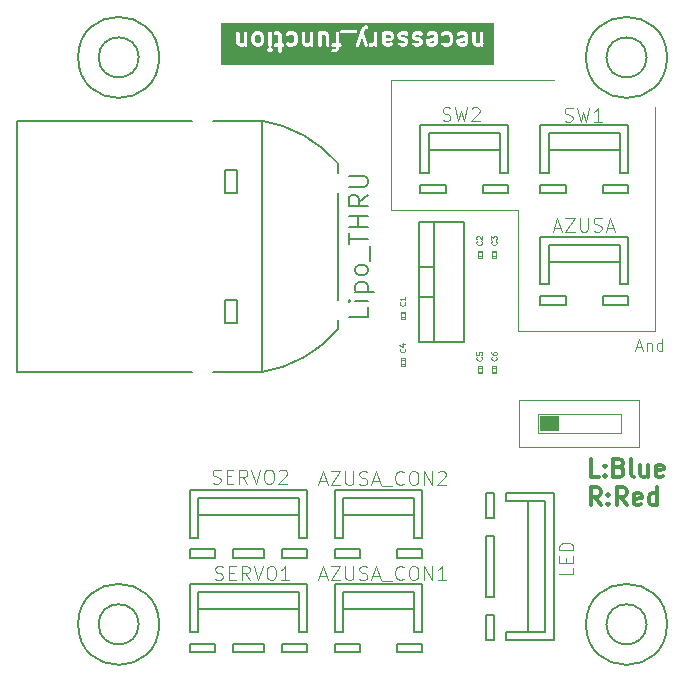
<source format=gbr>
%TF.GenerationSoftware,KiCad,Pcbnew,7.0.1*%
%TF.CreationDate,2023-09-15T12:24:23+09:00*%
%TF.ProjectId,Mix necessary function,4d697820-6e65-4636-9573-736172792066,rev?*%
%TF.SameCoordinates,Original*%
%TF.FileFunction,Legend,Top*%
%TF.FilePolarity,Positive*%
%FSLAX46Y46*%
G04 Gerber Fmt 4.6, Leading zero omitted, Abs format (unit mm)*
G04 Created by KiCad (PCBNEW 7.0.1) date 2023-09-15 12:24:23*
%MOMM*%
%LPD*%
G01*
G04 APERTURE LIST*
%ADD10C,0.300000*%
%ADD11C,0.100000*%
%ADD12C,0.093472*%
%ADD13C,0.036800*%
%ADD14C,0.130861*%
%ADD15C,0.127000*%
%ADD16C,0.050000*%
%ADD17C,0.203200*%
%ADD18C,0.152400*%
G04 APERTURE END LIST*
D10*
G36*
X156307142Y-79683875D02*
G01*
X156273909Y-79750339D01*
X156207447Y-79783571D01*
X155992552Y-79783571D01*
X155926088Y-79750339D01*
X155899913Y-79697987D01*
X156307142Y-79616542D01*
X156307142Y-79683875D01*
G37*
G36*
X153735714Y-79683875D02*
G01*
X153702481Y-79750339D01*
X153636019Y-79783571D01*
X153421124Y-79783571D01*
X153354660Y-79750339D01*
X153328485Y-79697987D01*
X153735714Y-79616542D01*
X153735714Y-79683875D01*
G37*
G36*
X149988196Y-79116803D02*
G01*
X150021428Y-79183267D01*
X150021428Y-79255304D01*
X149988195Y-79321768D01*
X149921733Y-79355000D01*
X149608076Y-79355000D01*
X149607143Y-79354899D01*
X149607143Y-79097704D01*
X149635410Y-79083571D01*
X149921732Y-79083571D01*
X149988196Y-79116803D01*
G37*
G36*
X138939718Y-79128278D02*
G01*
X138976721Y-79165281D01*
X139021428Y-79254695D01*
X139021428Y-79612447D01*
X138976720Y-79701861D01*
X138939718Y-79738863D01*
X138850304Y-79783571D01*
X138706838Y-79783571D01*
X138617427Y-79738865D01*
X138580420Y-79701859D01*
X138535714Y-79612447D01*
X138535714Y-79254696D01*
X138580421Y-79165282D01*
X138617425Y-79128277D01*
X138706838Y-79083571D01*
X138850303Y-79083571D01*
X138939718Y-79128278D01*
G37*
G36*
X158764286Y-81664286D02*
G01*
X135628571Y-81664286D01*
X135628571Y-80350989D01*
X139586922Y-80350989D01*
X139594004Y-80383546D01*
X139596381Y-80416773D01*
X139603220Y-80425909D01*
X139605647Y-80437064D01*
X139629202Y-80460619D01*
X139649169Y-80487293D01*
X139659865Y-80491282D01*
X139681147Y-80512564D01*
X139682770Y-80518091D01*
X139703869Y-80536373D01*
X139720600Y-80558723D01*
X139736511Y-80564657D01*
X139749343Y-80575776D01*
X139766148Y-80578192D01*
X139781055Y-80586332D01*
X139792440Y-80585517D01*
X139803134Y-80589506D01*
X139819726Y-80585896D01*
X139836535Y-80588313D01*
X139851982Y-80581258D01*
X139868919Y-80580047D01*
X139878057Y-80573206D01*
X139889209Y-80570780D01*
X139901213Y-80558775D01*
X139916662Y-80551720D01*
X139925841Y-80537435D01*
X139939438Y-80527258D01*
X139943428Y-80516560D01*
X139984194Y-80475793D01*
X140010865Y-80455828D01*
X140022506Y-80424614D01*
X140038475Y-80395372D01*
X140037660Y-80383986D01*
X140041648Y-80373295D01*
X140034566Y-80340740D01*
X140032189Y-80307509D01*
X140025350Y-80298373D01*
X140022924Y-80287219D01*
X139999363Y-80263659D01*
X139979400Y-80236990D01*
X139968705Y-80233001D01*
X139947424Y-80211720D01*
X139945802Y-80206194D01*
X139924702Y-80187911D01*
X139907973Y-80165563D01*
X139892061Y-80159628D01*
X139879229Y-80148509D01*
X139862423Y-80146092D01*
X139847517Y-80137953D01*
X139836132Y-80138767D01*
X139825440Y-80134779D01*
X139808846Y-80138388D01*
X139792037Y-80135972D01*
X139776589Y-80143026D01*
X139759654Y-80144238D01*
X139750516Y-80151078D01*
X139739365Y-80153504D01*
X139727359Y-80165509D01*
X139711910Y-80172565D01*
X139702730Y-80186849D01*
X139689134Y-80197027D01*
X139685144Y-80207723D01*
X139644381Y-80248485D01*
X139617705Y-80268455D01*
X139606060Y-80299675D01*
X139590097Y-80328910D01*
X139590911Y-80340293D01*
X139586922Y-80350989D01*
X135628571Y-80350989D01*
X135628571Y-79746972D01*
X136946139Y-79746972D01*
X136959846Y-79774386D01*
X136968484Y-79803805D01*
X136979195Y-79813086D01*
X137020173Y-79895043D01*
X137019968Y-79900872D01*
X137039692Y-79934081D01*
X137046909Y-79948515D01*
X137050660Y-79952547D01*
X137064951Y-79976609D01*
X137080076Y-79984171D01*
X137091595Y-79996555D01*
X137118710Y-80003488D01*
X137239979Y-80064123D01*
X137270241Y-80083571D01*
X137300894Y-80083571D01*
X137331066Y-80089001D01*
X137344158Y-80083571D01*
X137520496Y-80083571D01*
X137556259Y-80087432D01*
X137583673Y-80073724D01*
X137613091Y-80065087D01*
X137622373Y-80054374D01*
X137641929Y-80044596D01*
X137677914Y-80075776D01*
X137765106Y-80088313D01*
X137845233Y-80051720D01*
X137892857Y-79977615D01*
X137892857Y-79829000D01*
X137895617Y-79823946D01*
X137892857Y-79785356D01*
X137892857Y-79236066D01*
X138230284Y-79236066D01*
X138235714Y-79249158D01*
X138235714Y-79639782D01*
X138231853Y-79675545D01*
X138245560Y-79702959D01*
X138254198Y-79732377D01*
X138264910Y-79741659D01*
X138314567Y-79840972D01*
X138319933Y-79865636D01*
X138349153Y-79894856D01*
X138377310Y-79925127D01*
X138380150Y-79925853D01*
X138409204Y-79954907D01*
X138422094Y-79976609D01*
X138459060Y-79995092D01*
X138495339Y-80014902D01*
X138498261Y-80014692D01*
X138597122Y-80064123D01*
X138627384Y-80083571D01*
X138658037Y-80083571D01*
X138688209Y-80089001D01*
X138701301Y-80083571D01*
X138877639Y-80083571D01*
X138913402Y-80087432D01*
X138940816Y-80073724D01*
X138970234Y-80065087D01*
X138979516Y-80054374D01*
X139078830Y-80004716D01*
X139103492Y-79999352D01*
X139132706Y-79970137D01*
X139148831Y-79955139D01*
X139664286Y-79955139D01*
X139682770Y-80018091D01*
X139749343Y-80075776D01*
X139836535Y-80088313D01*
X139916662Y-80051720D01*
X139964286Y-79977615D01*
X139964286Y-79955820D01*
X140159544Y-79955820D01*
X140196137Y-80035947D01*
X140270242Y-80083571D01*
X140521429Y-80083571D01*
X140521429Y-80455139D01*
X140539913Y-80518091D01*
X140606486Y-80575776D01*
X140693678Y-80588313D01*
X140773805Y-80551720D01*
X140821429Y-80477615D01*
X140821429Y-80455820D01*
X145016687Y-80455820D01*
X145053280Y-80535947D01*
X145127385Y-80583571D01*
X145306211Y-80583571D01*
X145341974Y-80587432D01*
X145369388Y-80573724D01*
X145398806Y-80565087D01*
X145408088Y-80554374D01*
X145490043Y-80513396D01*
X145495873Y-80513602D01*
X145529091Y-80493872D01*
X145543516Y-80486660D01*
X145547545Y-80482911D01*
X145571610Y-80468619D01*
X145579172Y-80453493D01*
X145591556Y-80441975D01*
X145598488Y-80414861D01*
X145659124Y-80293590D01*
X145678572Y-80263329D01*
X145678572Y-80232676D01*
X145684002Y-80202504D01*
X145678572Y-80189412D01*
X145678572Y-80083571D01*
X145764425Y-80083571D01*
X145827377Y-80065087D01*
X145885062Y-79998514D01*
X145889315Y-79968933D01*
X147090576Y-79968933D01*
X147133869Y-80045649D01*
X147211764Y-80086781D01*
X147299531Y-80079270D01*
X147369305Y-80025500D01*
X147600000Y-79379552D01*
X147823136Y-80004333D01*
X147861716Y-80057401D01*
X147943812Y-80089334D01*
X148030141Y-80071815D01*
X148093293Y-80010404D01*
X148105968Y-79955820D01*
X148159543Y-79955820D01*
X148196136Y-80035947D01*
X148270241Y-80083571D01*
X148449066Y-80083571D01*
X148484830Y-80087432D01*
X148512245Y-80073724D01*
X148541662Y-80065087D01*
X148550943Y-80054375D01*
X148615794Y-80021950D01*
X148677914Y-80075776D01*
X148765106Y-80088313D01*
X148845233Y-80051720D01*
X148892857Y-79977615D01*
X148892857Y-79661248D01*
X148898287Y-79631076D01*
X148892857Y-79617984D01*
X148892857Y-79581937D01*
X149300908Y-79581937D01*
X149307143Y-79600699D01*
X149307143Y-79711209D01*
X149303282Y-79746972D01*
X149316989Y-79774386D01*
X149325627Y-79803805D01*
X149336338Y-79813086D01*
X149377316Y-79895043D01*
X149377111Y-79900872D01*
X149396835Y-79934081D01*
X149404052Y-79948515D01*
X149407803Y-79952547D01*
X149422094Y-79976609D01*
X149437219Y-79984171D01*
X149448738Y-79996555D01*
X149475853Y-80003488D01*
X149597122Y-80064123D01*
X149627384Y-80083571D01*
X149658037Y-80083571D01*
X149688209Y-80089001D01*
X149701301Y-80083571D01*
X149949068Y-80083571D01*
X149984831Y-80087432D01*
X150012245Y-80073724D01*
X150041663Y-80065087D01*
X150050945Y-80054374D01*
X150186373Y-79986660D01*
X150234413Y-79941975D01*
X150256235Y-79856632D01*
X150228455Y-79773039D01*
X150159891Y-79717736D01*
X150072311Y-79708281D01*
X149921733Y-79783571D01*
X149706838Y-79783571D01*
X149640374Y-79750339D01*
X149607143Y-79683875D01*
X149607143Y-79669133D01*
X149635410Y-79655000D01*
X149949068Y-79655000D01*
X149984831Y-79658861D01*
X150012245Y-79645153D01*
X150041663Y-79636516D01*
X150050945Y-79625803D01*
X150132900Y-79584825D01*
X150138730Y-79585031D01*
X150171943Y-79565303D01*
X150186373Y-79558089D01*
X150190404Y-79554338D01*
X150214467Y-79540047D01*
X150222028Y-79524923D01*
X150234413Y-79513404D01*
X150241346Y-79486287D01*
X150301980Y-79365019D01*
X150321428Y-79334758D01*
X150321428Y-79304106D01*
X150326858Y-79273932D01*
X150321428Y-79260840D01*
X150321428Y-79164638D01*
X150587427Y-79164638D01*
X150592857Y-79177730D01*
X150592857Y-79211210D01*
X150588996Y-79246973D01*
X150602703Y-79274387D01*
X150611341Y-79303805D01*
X150622053Y-79313087D01*
X150663031Y-79395042D01*
X150662826Y-79400872D01*
X150682555Y-79434090D01*
X150689768Y-79448515D01*
X150693516Y-79452544D01*
X150707809Y-79476609D01*
X150722934Y-79484171D01*
X150734453Y-79496555D01*
X150761566Y-79503487D01*
X150882837Y-79564123D01*
X150913099Y-79583571D01*
X150943752Y-79583571D01*
X150973924Y-79589001D01*
X150987016Y-79583571D01*
X151136018Y-79583571D01*
X151202482Y-79616803D01*
X151235714Y-79683267D01*
X151235714Y-79683875D01*
X151202481Y-79750339D01*
X151136019Y-79783571D01*
X150992553Y-79783571D01*
X150862077Y-79718333D01*
X150797505Y-79706712D01*
X150716138Y-79740459D01*
X150665931Y-79812839D01*
X150662826Y-79900872D01*
X150707809Y-79976609D01*
X150882837Y-80064123D01*
X150913099Y-80083571D01*
X150943752Y-80083571D01*
X150973924Y-80089001D01*
X150987016Y-80083571D01*
X151163354Y-80083571D01*
X151199117Y-80087432D01*
X151226531Y-80073724D01*
X151255949Y-80065087D01*
X151265231Y-80054374D01*
X151347186Y-80013396D01*
X151353016Y-80013602D01*
X151386229Y-79993874D01*
X151400659Y-79986660D01*
X151404690Y-79982909D01*
X151428753Y-79968618D01*
X151436314Y-79953494D01*
X151448699Y-79941975D01*
X151455632Y-79914858D01*
X151516266Y-79793590D01*
X151535714Y-79763329D01*
X151535714Y-79732677D01*
X151541144Y-79702503D01*
X151535714Y-79689411D01*
X151535714Y-79655933D01*
X151539575Y-79620170D01*
X151525867Y-79592755D01*
X151517230Y-79563337D01*
X151506518Y-79554055D01*
X151465540Y-79472098D01*
X151465746Y-79466270D01*
X151446023Y-79433065D01*
X151438805Y-79418627D01*
X151435052Y-79414592D01*
X151420762Y-79390533D01*
X151405638Y-79382971D01*
X151394119Y-79370587D01*
X151367002Y-79363653D01*
X151245738Y-79303021D01*
X151215473Y-79283571D01*
X151184820Y-79283571D01*
X151154648Y-79278141D01*
X151141556Y-79283571D01*
X150992553Y-79283571D01*
X150926089Y-79250339D01*
X150892857Y-79183875D01*
X150892857Y-79183268D01*
X150902172Y-79164638D01*
X151801713Y-79164638D01*
X151807143Y-79177730D01*
X151807143Y-79211210D01*
X151803282Y-79246973D01*
X151816989Y-79274387D01*
X151825627Y-79303805D01*
X151836339Y-79313087D01*
X151877317Y-79395042D01*
X151877112Y-79400872D01*
X151896841Y-79434090D01*
X151904054Y-79448515D01*
X151907802Y-79452544D01*
X151922095Y-79476609D01*
X151937220Y-79484171D01*
X151948739Y-79496555D01*
X151975852Y-79503487D01*
X152097123Y-79564123D01*
X152127385Y-79583571D01*
X152158038Y-79583571D01*
X152188210Y-79589001D01*
X152201302Y-79583571D01*
X152350304Y-79583571D01*
X152416768Y-79616803D01*
X152450000Y-79683267D01*
X152450000Y-79683875D01*
X152416767Y-79750339D01*
X152350305Y-79783571D01*
X152206839Y-79783571D01*
X152076363Y-79718333D01*
X152011791Y-79706712D01*
X151930424Y-79740459D01*
X151880217Y-79812839D01*
X151877112Y-79900872D01*
X151922095Y-79976609D01*
X152097123Y-80064123D01*
X152127385Y-80083571D01*
X152158038Y-80083571D01*
X152188210Y-80089001D01*
X152201302Y-80083571D01*
X152377640Y-80083571D01*
X152413403Y-80087432D01*
X152440817Y-80073724D01*
X152470235Y-80065087D01*
X152479517Y-80054374D01*
X152561472Y-80013396D01*
X152567302Y-80013602D01*
X152600515Y-79993874D01*
X152614945Y-79986660D01*
X152618976Y-79982909D01*
X152643039Y-79968618D01*
X152650600Y-79953494D01*
X152662985Y-79941975D01*
X152669918Y-79914858D01*
X152730552Y-79793590D01*
X152750000Y-79763329D01*
X152750000Y-79746972D01*
X153017568Y-79746972D01*
X153031275Y-79774386D01*
X153039913Y-79803805D01*
X153050624Y-79813086D01*
X153091602Y-79895043D01*
X153091397Y-79900872D01*
X153111121Y-79934081D01*
X153118338Y-79948515D01*
X153122089Y-79952547D01*
X153136380Y-79976609D01*
X153151505Y-79984171D01*
X153163024Y-79996555D01*
X153190139Y-80003488D01*
X153311408Y-80064123D01*
X153341670Y-80083571D01*
X153372323Y-80083571D01*
X153402495Y-80089001D01*
X153415587Y-80083571D01*
X153663354Y-80083571D01*
X153699117Y-80087432D01*
X153726531Y-80073724D01*
X153755949Y-80065087D01*
X153765231Y-80054374D01*
X153847186Y-80013396D01*
X153853016Y-80013602D01*
X153886229Y-79993874D01*
X153900659Y-79986660D01*
X153904690Y-79982909D01*
X153928753Y-79968618D01*
X153936314Y-79953494D01*
X153948699Y-79941975D01*
X153955632Y-79914858D01*
X154016266Y-79793590D01*
X154035714Y-79763329D01*
X154035714Y-79732677D01*
X154041144Y-79702503D01*
X154035714Y-79689411D01*
X154035714Y-79473202D01*
X154037894Y-79469364D01*
X154035714Y-79429467D01*
X154035714Y-79155933D01*
X154039575Y-79120170D01*
X154025867Y-79092755D01*
X154017230Y-79063337D01*
X154006518Y-79054055D01*
X153984746Y-79010510D01*
X154300908Y-79010510D01*
X154328688Y-79094103D01*
X154397252Y-79149406D01*
X154484831Y-79158861D01*
X154635410Y-79083571D01*
X154850303Y-79083571D01*
X154939718Y-79128278D01*
X154976721Y-79165281D01*
X155021428Y-79254695D01*
X155021428Y-79612447D01*
X154976720Y-79701861D01*
X154939718Y-79738863D01*
X154850304Y-79783571D01*
X154635410Y-79783571D01*
X154504934Y-79718333D01*
X154440362Y-79706712D01*
X154358995Y-79740459D01*
X154308788Y-79812839D01*
X154305683Y-79900872D01*
X154350666Y-79976609D01*
X154525694Y-80064123D01*
X154555956Y-80083571D01*
X154586609Y-80083571D01*
X154616781Y-80089001D01*
X154629873Y-80083571D01*
X154877639Y-80083571D01*
X154913402Y-80087432D01*
X154940816Y-80073724D01*
X154970234Y-80065087D01*
X154979516Y-80054374D01*
X155078830Y-80004716D01*
X155103492Y-79999352D01*
X155132706Y-79970137D01*
X155162984Y-79941975D01*
X155163710Y-79939134D01*
X155192766Y-79910079D01*
X155214467Y-79897190D01*
X155232946Y-79860231D01*
X155252760Y-79823946D01*
X155252550Y-79821021D01*
X155289575Y-79746972D01*
X155588996Y-79746972D01*
X155602703Y-79774386D01*
X155611341Y-79803805D01*
X155622052Y-79813086D01*
X155663030Y-79895043D01*
X155662825Y-79900872D01*
X155682549Y-79934081D01*
X155689766Y-79948515D01*
X155693517Y-79952547D01*
X155707808Y-79976609D01*
X155722933Y-79984171D01*
X155734452Y-79996555D01*
X155761567Y-80003488D01*
X155882836Y-80064123D01*
X155913098Y-80083571D01*
X155943751Y-80083571D01*
X155973923Y-80089001D01*
X155987015Y-80083571D01*
X156234782Y-80083571D01*
X156270545Y-80087432D01*
X156297959Y-80073724D01*
X156327377Y-80065087D01*
X156336659Y-80054374D01*
X156418614Y-80013396D01*
X156424444Y-80013602D01*
X156457657Y-79993874D01*
X156472087Y-79986660D01*
X156476118Y-79982909D01*
X156500181Y-79968618D01*
X156507742Y-79953494D01*
X156520127Y-79941975D01*
X156527060Y-79914858D01*
X156587694Y-79793590D01*
X156607142Y-79763329D01*
X156607142Y-79746972D01*
X156946139Y-79746972D01*
X156959846Y-79774386D01*
X156968484Y-79803805D01*
X156979195Y-79813086D01*
X157020173Y-79895043D01*
X157019968Y-79900872D01*
X157039692Y-79934081D01*
X157046909Y-79948515D01*
X157050660Y-79952547D01*
X157064951Y-79976609D01*
X157080076Y-79984171D01*
X157091595Y-79996555D01*
X157118710Y-80003488D01*
X157239979Y-80064123D01*
X157270241Y-80083571D01*
X157300894Y-80083571D01*
X157331066Y-80089001D01*
X157344158Y-80083571D01*
X157520496Y-80083571D01*
X157556259Y-80087432D01*
X157583673Y-80073724D01*
X157613091Y-80065087D01*
X157622373Y-80054374D01*
X157641929Y-80044596D01*
X157677914Y-80075776D01*
X157765106Y-80088313D01*
X157845233Y-80051720D01*
X157892857Y-79977615D01*
X157892857Y-79829000D01*
X157895617Y-79823946D01*
X157892857Y-79785356D01*
X157892857Y-78912003D01*
X157874373Y-78849051D01*
X157807800Y-78791366D01*
X157720608Y-78778829D01*
X157640481Y-78815422D01*
X157592857Y-78889527D01*
X157592857Y-79728582D01*
X157582575Y-79738863D01*
X157493161Y-79783571D01*
X157349695Y-79783571D01*
X157283231Y-79750339D01*
X157250000Y-79683875D01*
X157250000Y-78912003D01*
X157231516Y-78849051D01*
X157164943Y-78791366D01*
X157077751Y-78778829D01*
X156997624Y-78815422D01*
X156950000Y-78889527D01*
X156950000Y-79711209D01*
X156946139Y-79746972D01*
X156607142Y-79746972D01*
X156607142Y-79732677D01*
X156612572Y-79702503D01*
X156607142Y-79689411D01*
X156607142Y-79473202D01*
X156609322Y-79469364D01*
X156607142Y-79429467D01*
X156607142Y-79155933D01*
X156611003Y-79120170D01*
X156597295Y-79092755D01*
X156588658Y-79063337D01*
X156577946Y-79054055D01*
X156536968Y-78972098D01*
X156537174Y-78966270D01*
X156517451Y-78933065D01*
X156510233Y-78918627D01*
X156506480Y-78914592D01*
X156492190Y-78890533D01*
X156477066Y-78882971D01*
X156465547Y-78870587D01*
X156438430Y-78863653D01*
X156317166Y-78803021D01*
X156286901Y-78783571D01*
X156256248Y-78783571D01*
X156226076Y-78778141D01*
X156212984Y-78783571D01*
X155965217Y-78783571D01*
X155929453Y-78779710D01*
X155902037Y-78793418D01*
X155872622Y-78802055D01*
X155863340Y-78812766D01*
X155727912Y-78880482D01*
X155679872Y-78925167D01*
X155658050Y-79010510D01*
X155685830Y-79094103D01*
X155754394Y-79149406D01*
X155841973Y-79158861D01*
X155992552Y-79083571D01*
X156207446Y-79083571D01*
X156273910Y-79116803D01*
X156307142Y-79183267D01*
X156307142Y-79310600D01*
X155738704Y-79424288D01*
X155720608Y-79421686D01*
X155696370Y-79432754D01*
X155692290Y-79433571D01*
X155676825Y-79441680D01*
X155640481Y-79458279D01*
X155638094Y-79461992D01*
X155634186Y-79464042D01*
X155614453Y-79498778D01*
X155592857Y-79532384D01*
X155592857Y-79536797D01*
X155590677Y-79540635D01*
X155592857Y-79580532D01*
X155592857Y-79711209D01*
X155588996Y-79746972D01*
X155289575Y-79746972D01*
X155301980Y-79722162D01*
X155321428Y-79691901D01*
X155321428Y-79661249D01*
X155326858Y-79631075D01*
X155321428Y-79617983D01*
X155321428Y-79227361D01*
X155325289Y-79191598D01*
X155311581Y-79164183D01*
X155302944Y-79134765D01*
X155292232Y-79125483D01*
X155242574Y-79026165D01*
X155237209Y-79001505D01*
X155208001Y-78972297D01*
X155179833Y-78942015D01*
X155176992Y-78941288D01*
X155147934Y-78912231D01*
X155135047Y-78890533D01*
X155098097Y-78872058D01*
X155061801Y-78852239D01*
X155058877Y-78852448D01*
X154960023Y-78803021D01*
X154929758Y-78783571D01*
X154899105Y-78783571D01*
X154868933Y-78778141D01*
X154855841Y-78783571D01*
X154608075Y-78783571D01*
X154572311Y-78779710D01*
X154544895Y-78793418D01*
X154515480Y-78802055D01*
X154506198Y-78812766D01*
X154370770Y-78880482D01*
X154322730Y-78925167D01*
X154300908Y-79010510D01*
X153984746Y-79010510D01*
X153965540Y-78972098D01*
X153965746Y-78966270D01*
X153946023Y-78933065D01*
X153938805Y-78918627D01*
X153935052Y-78914592D01*
X153920762Y-78890533D01*
X153905638Y-78882971D01*
X153894119Y-78870587D01*
X153867002Y-78863653D01*
X153745738Y-78803021D01*
X153715473Y-78783571D01*
X153684820Y-78783571D01*
X153654648Y-78778141D01*
X153641556Y-78783571D01*
X153393789Y-78783571D01*
X153358025Y-78779710D01*
X153330609Y-78793418D01*
X153301194Y-78802055D01*
X153291912Y-78812766D01*
X153156484Y-78880482D01*
X153108444Y-78925167D01*
X153086622Y-79010510D01*
X153114402Y-79094103D01*
X153182966Y-79149406D01*
X153270545Y-79158861D01*
X153421124Y-79083571D01*
X153636018Y-79083571D01*
X153702482Y-79116803D01*
X153735714Y-79183267D01*
X153735714Y-79310600D01*
X153167276Y-79424288D01*
X153149180Y-79421686D01*
X153124942Y-79432754D01*
X153120862Y-79433571D01*
X153105397Y-79441680D01*
X153069053Y-79458279D01*
X153066666Y-79461992D01*
X153062758Y-79464042D01*
X153043025Y-79498778D01*
X153021429Y-79532384D01*
X153021429Y-79536797D01*
X153019249Y-79540635D01*
X153021429Y-79580532D01*
X153021429Y-79711209D01*
X153017568Y-79746972D01*
X152750000Y-79746972D01*
X152750000Y-79732677D01*
X152755430Y-79702503D01*
X152750000Y-79689411D01*
X152750000Y-79655933D01*
X152753861Y-79620170D01*
X152740153Y-79592755D01*
X152731516Y-79563337D01*
X152720804Y-79554055D01*
X152679826Y-79472098D01*
X152680032Y-79466270D01*
X152660309Y-79433065D01*
X152653091Y-79418627D01*
X152649338Y-79414592D01*
X152635048Y-79390533D01*
X152619924Y-79382971D01*
X152608405Y-79370587D01*
X152581288Y-79363653D01*
X152460024Y-79303021D01*
X152429759Y-79283571D01*
X152399106Y-79283571D01*
X152368934Y-79278141D01*
X152355842Y-79283571D01*
X152206839Y-79283571D01*
X152140375Y-79250339D01*
X152107143Y-79183875D01*
X152107143Y-79183268D01*
X152140375Y-79116802D01*
X152206839Y-79083571D01*
X152421732Y-79083571D01*
X152552208Y-79148809D01*
X152616781Y-79160430D01*
X152698148Y-79126683D01*
X152748355Y-79054303D01*
X152751460Y-78966270D01*
X152706476Y-78890533D01*
X152531452Y-78803021D01*
X152501187Y-78783571D01*
X152470534Y-78783571D01*
X152440362Y-78778141D01*
X152427270Y-78783571D01*
X152179504Y-78783571D01*
X152143740Y-78779710D01*
X152116324Y-78793418D01*
X152086909Y-78802055D01*
X152077627Y-78812766D01*
X151995671Y-78853745D01*
X151989842Y-78853540D01*
X151956628Y-78873267D01*
X151942199Y-78880482D01*
X151938167Y-78884232D01*
X151914105Y-78898524D01*
X151906543Y-78913647D01*
X151894159Y-78925167D01*
X151887225Y-78952282D01*
X151826593Y-79073547D01*
X151807143Y-79103813D01*
X151807143Y-79134466D01*
X151801713Y-79164638D01*
X150902172Y-79164638D01*
X150926089Y-79116802D01*
X150992553Y-79083571D01*
X151207446Y-79083571D01*
X151337922Y-79148809D01*
X151402495Y-79160430D01*
X151483862Y-79126683D01*
X151534069Y-79054303D01*
X151537174Y-78966270D01*
X151492190Y-78890533D01*
X151317166Y-78803021D01*
X151286901Y-78783571D01*
X151256248Y-78783571D01*
X151226076Y-78778141D01*
X151212984Y-78783571D01*
X150965218Y-78783571D01*
X150929454Y-78779710D01*
X150902038Y-78793418D01*
X150872623Y-78802055D01*
X150863341Y-78812766D01*
X150781385Y-78853745D01*
X150775556Y-78853540D01*
X150742342Y-78873267D01*
X150727913Y-78880482D01*
X150723881Y-78884232D01*
X150699819Y-78898524D01*
X150692257Y-78913647D01*
X150679873Y-78925167D01*
X150672939Y-78952282D01*
X150612307Y-79073547D01*
X150592857Y-79103813D01*
X150592857Y-79134466D01*
X150587427Y-79164638D01*
X150321428Y-79164638D01*
X150321428Y-79155933D01*
X150325289Y-79120170D01*
X150311581Y-79092755D01*
X150302944Y-79063337D01*
X150292232Y-79054055D01*
X150251254Y-78972098D01*
X150251460Y-78966270D01*
X150231737Y-78933065D01*
X150224519Y-78918627D01*
X150220766Y-78914592D01*
X150206476Y-78890533D01*
X150191352Y-78882971D01*
X150179833Y-78870587D01*
X150152716Y-78863653D01*
X150031452Y-78803021D01*
X150001187Y-78783571D01*
X149970534Y-78783571D01*
X149940362Y-78778141D01*
X149927270Y-78783571D01*
X149608075Y-78783571D01*
X149572311Y-78779710D01*
X149544895Y-78793418D01*
X149529627Y-78797900D01*
X149522086Y-78791366D01*
X149434894Y-78778829D01*
X149354767Y-78815422D01*
X149307143Y-78889527D01*
X149307143Y-78986126D01*
X149300908Y-79010510D01*
X149307143Y-79029272D01*
X149307143Y-79557553D01*
X149300908Y-79581937D01*
X148892857Y-79581937D01*
X148892857Y-78912003D01*
X148874373Y-78849051D01*
X148807800Y-78791366D01*
X148720608Y-78778829D01*
X148640481Y-78815422D01*
X148592857Y-78889527D01*
X148592857Y-79612447D01*
X148548151Y-79701857D01*
X148511145Y-79738863D01*
X148421731Y-79783571D01*
X148292717Y-79783571D01*
X148229765Y-79802055D01*
X148172080Y-79868628D01*
X148159543Y-79955820D01*
X148105968Y-79955820D01*
X148113218Y-79924599D01*
X147760352Y-78936576D01*
X147870694Y-78660722D01*
X147903139Y-78628277D01*
X148043516Y-78558089D01*
X148091556Y-78513404D01*
X148113378Y-78428061D01*
X148085598Y-78344468D01*
X148017034Y-78289165D01*
X147929454Y-78279710D01*
X147764026Y-78362425D01*
X147739365Y-78367790D01*
X147710150Y-78397004D01*
X147679873Y-78425167D01*
X147679146Y-78428007D01*
X147645634Y-78461519D01*
X147619943Y-78479825D01*
X147606912Y-78512401D01*
X147590097Y-78543196D01*
X147590779Y-78552734D01*
X147475957Y-78839789D01*
X147473552Y-78841643D01*
X147470454Y-78850315D01*
X147463850Y-78856738D01*
X147456476Y-78888492D01*
X147452718Y-78897888D01*
X147452446Y-78900737D01*
X147094342Y-79903432D01*
X147090576Y-79968933D01*
X145889315Y-79968933D01*
X145897599Y-79911322D01*
X145861006Y-79831195D01*
X145786901Y-79783571D01*
X145678572Y-79783571D01*
X145678572Y-78912003D01*
X145660088Y-78849051D01*
X145618440Y-78812963D01*
X145730972Y-78812963D01*
X145767565Y-78893090D01*
X145841670Y-78940714D01*
X147050140Y-78940714D01*
X147113092Y-78922230D01*
X147170777Y-78855657D01*
X147183314Y-78768465D01*
X147146721Y-78688338D01*
X147072616Y-78640714D01*
X145864146Y-78640714D01*
X145801194Y-78659198D01*
X145743509Y-78725771D01*
X145730972Y-78812963D01*
X145618440Y-78812963D01*
X145593515Y-78791366D01*
X145506323Y-78778829D01*
X145426196Y-78815422D01*
X145378572Y-78889527D01*
X145378572Y-79783571D01*
X145149861Y-79783571D01*
X145086909Y-79802055D01*
X145029224Y-79868628D01*
X145016687Y-79955820D01*
X145053280Y-80035947D01*
X145127385Y-80083571D01*
X145378572Y-80083571D01*
X145378572Y-80183875D01*
X145345340Y-80250338D01*
X145278876Y-80283571D01*
X145149861Y-80283571D01*
X145086909Y-80302055D01*
X145029224Y-80368628D01*
X145016687Y-80455820D01*
X140821429Y-80455820D01*
X140821429Y-80083571D01*
X140907282Y-80083571D01*
X140970234Y-80065087D01*
X141027919Y-79998514D01*
X141040456Y-79911322D01*
X141003863Y-79831195D01*
X140929758Y-79783571D01*
X140821429Y-79783571D01*
X140821429Y-79155932D01*
X140825290Y-79120168D01*
X140811581Y-79092752D01*
X140802945Y-79063337D01*
X140792233Y-79054055D01*
X140770460Y-79010510D01*
X141158051Y-79010510D01*
X141185831Y-79094103D01*
X141254395Y-79149406D01*
X141341974Y-79158861D01*
X141492553Y-79083571D01*
X141707446Y-79083571D01*
X141796861Y-79128278D01*
X141833864Y-79165281D01*
X141878571Y-79254695D01*
X141878571Y-79612447D01*
X141833863Y-79701861D01*
X141796861Y-79738863D01*
X141707447Y-79783571D01*
X141492553Y-79783571D01*
X141362077Y-79718333D01*
X141297505Y-79706712D01*
X141216138Y-79740459D01*
X141165931Y-79812839D01*
X141162826Y-79900872D01*
X141207809Y-79976609D01*
X141382837Y-80064123D01*
X141413099Y-80083571D01*
X141443752Y-80083571D01*
X141473924Y-80089001D01*
X141487016Y-80083571D01*
X141734782Y-80083571D01*
X141770545Y-80087432D01*
X141797959Y-80073724D01*
X141827377Y-80065087D01*
X141836659Y-80054374D01*
X141935973Y-80004716D01*
X141960635Y-79999352D01*
X141989849Y-79970137D01*
X142020127Y-79941975D01*
X142020853Y-79939134D01*
X142049909Y-79910079D01*
X142071610Y-79897190D01*
X142090089Y-79860231D01*
X142109903Y-79823946D01*
X142109693Y-79821021D01*
X142146718Y-79746972D01*
X142517568Y-79746972D01*
X142531275Y-79774386D01*
X142539913Y-79803805D01*
X142550624Y-79813086D01*
X142591602Y-79895043D01*
X142591397Y-79900872D01*
X142611121Y-79934081D01*
X142618338Y-79948515D01*
X142622089Y-79952547D01*
X142636380Y-79976609D01*
X142651505Y-79984171D01*
X142663024Y-79996555D01*
X142690139Y-80003488D01*
X142811408Y-80064123D01*
X142841670Y-80083571D01*
X142872323Y-80083571D01*
X142902495Y-80089001D01*
X142915587Y-80083571D01*
X143091925Y-80083571D01*
X143127688Y-80087432D01*
X143155102Y-80073724D01*
X143184520Y-80065087D01*
X143193802Y-80054374D01*
X143213358Y-80044596D01*
X143249343Y-80075776D01*
X143336535Y-80088313D01*
X143416662Y-80051720D01*
X143464286Y-79977615D01*
X143464286Y-79829000D01*
X143467046Y-79823946D01*
X143464286Y-79785356D01*
X143464286Y-79043197D01*
X143875811Y-79043197D01*
X143878572Y-79081795D01*
X143878572Y-79955139D01*
X143897056Y-80018091D01*
X143963629Y-80075776D01*
X144050821Y-80088313D01*
X144130948Y-80051720D01*
X144178572Y-79977615D01*
X144178572Y-79138560D01*
X144188854Y-79128277D01*
X144278267Y-79083571D01*
X144421732Y-79083571D01*
X144488197Y-79116803D01*
X144521429Y-79183267D01*
X144521429Y-79955139D01*
X144539913Y-80018091D01*
X144606486Y-80075776D01*
X144693678Y-80088313D01*
X144773805Y-80051720D01*
X144821429Y-79977615D01*
X144821429Y-79155932D01*
X144825290Y-79120168D01*
X144811581Y-79092752D01*
X144802945Y-79063337D01*
X144792233Y-79054055D01*
X144751254Y-78972099D01*
X144751460Y-78966270D01*
X144731732Y-78933056D01*
X144724518Y-78918627D01*
X144720767Y-78914595D01*
X144706476Y-78890533D01*
X144691352Y-78882971D01*
X144679833Y-78870587D01*
X144652717Y-78863653D01*
X144531452Y-78803021D01*
X144501187Y-78783571D01*
X144470534Y-78783571D01*
X144440362Y-78778141D01*
X144427270Y-78783571D01*
X144250932Y-78783571D01*
X144215168Y-78779710D01*
X144187752Y-78793418D01*
X144158337Y-78802055D01*
X144149055Y-78812766D01*
X144129498Y-78822545D01*
X144093515Y-78791366D01*
X144006323Y-78778829D01*
X143926196Y-78815422D01*
X143878572Y-78889527D01*
X143878572Y-79038141D01*
X143875811Y-79043197D01*
X143464286Y-79043197D01*
X143464286Y-78912003D01*
X143445802Y-78849051D01*
X143379229Y-78791366D01*
X143292037Y-78778829D01*
X143211910Y-78815422D01*
X143164286Y-78889527D01*
X143164286Y-79728582D01*
X143154004Y-79738863D01*
X143064590Y-79783571D01*
X142921124Y-79783571D01*
X142854660Y-79750339D01*
X142821429Y-79683875D01*
X142821429Y-78912003D01*
X142802945Y-78849051D01*
X142736372Y-78791366D01*
X142649180Y-78778829D01*
X142569053Y-78815422D01*
X142521429Y-78889527D01*
X142521429Y-79711209D01*
X142517568Y-79746972D01*
X142146718Y-79746972D01*
X142159123Y-79722162D01*
X142178571Y-79691901D01*
X142178571Y-79661249D01*
X142184001Y-79631075D01*
X142178571Y-79617983D01*
X142178571Y-79227361D01*
X142182432Y-79191598D01*
X142168724Y-79164183D01*
X142160087Y-79134765D01*
X142149375Y-79125483D01*
X142099717Y-79026165D01*
X142094352Y-79001505D01*
X142065144Y-78972297D01*
X142036976Y-78942015D01*
X142034135Y-78941288D01*
X142005077Y-78912231D01*
X141992190Y-78890533D01*
X141955240Y-78872058D01*
X141918944Y-78852239D01*
X141916020Y-78852448D01*
X141817166Y-78803021D01*
X141786901Y-78783571D01*
X141756248Y-78783571D01*
X141726076Y-78778141D01*
X141712984Y-78783571D01*
X141465218Y-78783571D01*
X141429454Y-78779710D01*
X141402038Y-78793418D01*
X141372623Y-78802055D01*
X141363341Y-78812766D01*
X141227913Y-78880482D01*
X141179873Y-78925167D01*
X141158051Y-79010510D01*
X140770460Y-79010510D01*
X140751254Y-78972099D01*
X140751460Y-78966270D01*
X140731732Y-78933056D01*
X140724518Y-78918627D01*
X140720767Y-78914595D01*
X140706476Y-78890533D01*
X140691352Y-78882971D01*
X140679833Y-78870587D01*
X140652717Y-78863653D01*
X140531452Y-78803021D01*
X140501187Y-78783571D01*
X140470534Y-78783571D01*
X140440362Y-78778141D01*
X140427270Y-78783571D01*
X140292718Y-78783571D01*
X140229766Y-78802055D01*
X140172081Y-78868628D01*
X140159544Y-78955820D01*
X140196137Y-79035947D01*
X140270242Y-79083571D01*
X140421732Y-79083571D01*
X140488197Y-79116803D01*
X140521429Y-79183267D01*
X140521429Y-79783571D01*
X140292718Y-79783571D01*
X140229766Y-79802055D01*
X140172081Y-79868628D01*
X140159544Y-79955820D01*
X139964286Y-79955820D01*
X139964286Y-78912003D01*
X139945802Y-78849051D01*
X139879229Y-78791366D01*
X139792037Y-78778829D01*
X139711910Y-78815422D01*
X139664286Y-78889527D01*
X139664286Y-79955139D01*
X139148831Y-79955139D01*
X139162984Y-79941975D01*
X139163710Y-79939134D01*
X139192766Y-79910079D01*
X139214467Y-79897190D01*
X139232946Y-79860231D01*
X139252760Y-79823946D01*
X139252550Y-79821021D01*
X139301980Y-79722162D01*
X139321428Y-79691901D01*
X139321428Y-79661249D01*
X139326858Y-79631075D01*
X139321428Y-79617983D01*
X139321428Y-79227361D01*
X139325289Y-79191598D01*
X139311581Y-79164183D01*
X139302944Y-79134765D01*
X139292232Y-79125483D01*
X139242574Y-79026165D01*
X139237209Y-79001505D01*
X139208001Y-78972297D01*
X139179833Y-78942015D01*
X139176992Y-78941288D01*
X139147934Y-78912231D01*
X139135047Y-78890533D01*
X139098097Y-78872058D01*
X139061801Y-78852239D01*
X139058877Y-78852448D01*
X138960023Y-78803021D01*
X138929758Y-78783571D01*
X138899105Y-78783571D01*
X138868933Y-78778141D01*
X138855841Y-78783571D01*
X138679503Y-78783571D01*
X138643739Y-78779710D01*
X138616323Y-78793418D01*
X138586908Y-78802055D01*
X138577626Y-78812766D01*
X138478311Y-78862424D01*
X138453648Y-78867790D01*
X138424417Y-78897020D01*
X138394158Y-78925167D01*
X138393431Y-78928006D01*
X138364374Y-78957064D01*
X138342676Y-78969952D01*
X138324200Y-79006903D01*
X138304382Y-79043197D01*
X138304591Y-79046121D01*
X138255164Y-79144975D01*
X138235714Y-79175241D01*
X138235714Y-79205894D01*
X138230284Y-79236066D01*
X137892857Y-79236066D01*
X137892857Y-78912003D01*
X137874373Y-78849051D01*
X137807800Y-78791366D01*
X137720608Y-78778829D01*
X137640481Y-78815422D01*
X137592857Y-78889527D01*
X137592857Y-79728582D01*
X137582575Y-79738863D01*
X137493161Y-79783571D01*
X137349695Y-79783571D01*
X137283231Y-79750339D01*
X137250000Y-79683875D01*
X137250000Y-78912003D01*
X137231516Y-78849051D01*
X137164943Y-78791366D01*
X137077751Y-78778829D01*
X136997624Y-78815422D01*
X136950000Y-78889527D01*
X136950000Y-79711209D01*
X136946139Y-79746972D01*
X135628571Y-79746972D01*
X135628571Y-78085714D01*
X158764286Y-78085714D01*
X158764286Y-81664286D01*
G37*
D11*
X170790476Y-105541904D02*
X171266666Y-105541904D01*
X170695238Y-105827619D02*
X171028571Y-104827619D01*
X171028571Y-104827619D02*
X171361904Y-105827619D01*
X171695238Y-105160952D02*
X171695238Y-105827619D01*
X171695238Y-105256190D02*
X171742857Y-105208571D01*
X171742857Y-105208571D02*
X171838095Y-105160952D01*
X171838095Y-105160952D02*
X171980952Y-105160952D01*
X171980952Y-105160952D02*
X172076190Y-105208571D01*
X172076190Y-105208571D02*
X172123809Y-105303809D01*
X172123809Y-105303809D02*
X172123809Y-105827619D01*
X173028571Y-105827619D02*
X173028571Y-104827619D01*
X173028571Y-105780000D02*
X172933333Y-105827619D01*
X172933333Y-105827619D02*
X172742857Y-105827619D01*
X172742857Y-105827619D02*
X172647619Y-105780000D01*
X172647619Y-105780000D02*
X172600000Y-105732380D01*
X172600000Y-105732380D02*
X172552381Y-105637142D01*
X172552381Y-105637142D02*
X172552381Y-105351428D01*
X172552381Y-105351428D02*
X172600000Y-105256190D01*
X172600000Y-105256190D02*
X172647619Y-105208571D01*
X172647619Y-105208571D02*
X172742857Y-105160952D01*
X172742857Y-105160952D02*
X172933333Y-105160952D01*
X172933333Y-105160952D02*
X173028571Y-105208571D01*
X172400000Y-104150000D02*
X172400000Y-85200000D01*
X160800000Y-104150000D02*
X172400000Y-104150000D01*
X160800000Y-93950000D02*
X160800000Y-104150000D01*
X150100000Y-93950000D02*
X160800000Y-93950000D01*
X150100000Y-82900000D02*
X150100000Y-93950000D01*
X150100000Y-82900000D02*
X163900000Y-82900000D01*
D10*
X167671428Y-116486428D02*
X166957142Y-116486428D01*
X166957142Y-116486428D02*
X166957142Y-114986428D01*
X168171428Y-116343571D02*
X168242857Y-116415000D01*
X168242857Y-116415000D02*
X168171428Y-116486428D01*
X168171428Y-116486428D02*
X168100000Y-116415000D01*
X168100000Y-116415000D02*
X168171428Y-116343571D01*
X168171428Y-116343571D02*
X168171428Y-116486428D01*
X168171428Y-115557857D02*
X168242857Y-115629285D01*
X168242857Y-115629285D02*
X168171428Y-115700714D01*
X168171428Y-115700714D02*
X168100000Y-115629285D01*
X168100000Y-115629285D02*
X168171428Y-115557857D01*
X168171428Y-115557857D02*
X168171428Y-115700714D01*
X169385714Y-115700714D02*
X169600000Y-115772142D01*
X169600000Y-115772142D02*
X169671429Y-115843571D01*
X169671429Y-115843571D02*
X169742857Y-115986428D01*
X169742857Y-115986428D02*
X169742857Y-116200714D01*
X169742857Y-116200714D02*
X169671429Y-116343571D01*
X169671429Y-116343571D02*
X169600000Y-116415000D01*
X169600000Y-116415000D02*
X169457143Y-116486428D01*
X169457143Y-116486428D02*
X168885714Y-116486428D01*
X168885714Y-116486428D02*
X168885714Y-114986428D01*
X168885714Y-114986428D02*
X169385714Y-114986428D01*
X169385714Y-114986428D02*
X169528572Y-115057857D01*
X169528572Y-115057857D02*
X169600000Y-115129285D01*
X169600000Y-115129285D02*
X169671429Y-115272142D01*
X169671429Y-115272142D02*
X169671429Y-115415000D01*
X169671429Y-115415000D02*
X169600000Y-115557857D01*
X169600000Y-115557857D02*
X169528572Y-115629285D01*
X169528572Y-115629285D02*
X169385714Y-115700714D01*
X169385714Y-115700714D02*
X168885714Y-115700714D01*
X170600000Y-116486428D02*
X170457143Y-116415000D01*
X170457143Y-116415000D02*
X170385714Y-116272142D01*
X170385714Y-116272142D02*
X170385714Y-114986428D01*
X171814286Y-115486428D02*
X171814286Y-116486428D01*
X171171428Y-115486428D02*
X171171428Y-116272142D01*
X171171428Y-116272142D02*
X171242857Y-116415000D01*
X171242857Y-116415000D02*
X171385714Y-116486428D01*
X171385714Y-116486428D02*
X171600000Y-116486428D01*
X171600000Y-116486428D02*
X171742857Y-116415000D01*
X171742857Y-116415000D02*
X171814286Y-116343571D01*
X173100000Y-116415000D02*
X172957143Y-116486428D01*
X172957143Y-116486428D02*
X172671429Y-116486428D01*
X172671429Y-116486428D02*
X172528571Y-116415000D01*
X172528571Y-116415000D02*
X172457143Y-116272142D01*
X172457143Y-116272142D02*
X172457143Y-115700714D01*
X172457143Y-115700714D02*
X172528571Y-115557857D01*
X172528571Y-115557857D02*
X172671429Y-115486428D01*
X172671429Y-115486428D02*
X172957143Y-115486428D01*
X172957143Y-115486428D02*
X173100000Y-115557857D01*
X173100000Y-115557857D02*
X173171429Y-115700714D01*
X173171429Y-115700714D02*
X173171429Y-115843571D01*
X173171429Y-115843571D02*
X172457143Y-115986428D01*
X167814285Y-118916428D02*
X167314285Y-118202142D01*
X166957142Y-118916428D02*
X166957142Y-117416428D01*
X166957142Y-117416428D02*
X167528571Y-117416428D01*
X167528571Y-117416428D02*
X167671428Y-117487857D01*
X167671428Y-117487857D02*
X167742857Y-117559285D01*
X167742857Y-117559285D02*
X167814285Y-117702142D01*
X167814285Y-117702142D02*
X167814285Y-117916428D01*
X167814285Y-117916428D02*
X167742857Y-118059285D01*
X167742857Y-118059285D02*
X167671428Y-118130714D01*
X167671428Y-118130714D02*
X167528571Y-118202142D01*
X167528571Y-118202142D02*
X166957142Y-118202142D01*
X168457142Y-118773571D02*
X168528571Y-118845000D01*
X168528571Y-118845000D02*
X168457142Y-118916428D01*
X168457142Y-118916428D02*
X168385714Y-118845000D01*
X168385714Y-118845000D02*
X168457142Y-118773571D01*
X168457142Y-118773571D02*
X168457142Y-118916428D01*
X168457142Y-117987857D02*
X168528571Y-118059285D01*
X168528571Y-118059285D02*
X168457142Y-118130714D01*
X168457142Y-118130714D02*
X168385714Y-118059285D01*
X168385714Y-118059285D02*
X168457142Y-117987857D01*
X168457142Y-117987857D02*
X168457142Y-118130714D01*
X170028571Y-118916428D02*
X169528571Y-118202142D01*
X169171428Y-118916428D02*
X169171428Y-117416428D01*
X169171428Y-117416428D02*
X169742857Y-117416428D01*
X169742857Y-117416428D02*
X169885714Y-117487857D01*
X169885714Y-117487857D02*
X169957143Y-117559285D01*
X169957143Y-117559285D02*
X170028571Y-117702142D01*
X170028571Y-117702142D02*
X170028571Y-117916428D01*
X170028571Y-117916428D02*
X169957143Y-118059285D01*
X169957143Y-118059285D02*
X169885714Y-118130714D01*
X169885714Y-118130714D02*
X169742857Y-118202142D01*
X169742857Y-118202142D02*
X169171428Y-118202142D01*
X171242857Y-118845000D02*
X171100000Y-118916428D01*
X171100000Y-118916428D02*
X170814286Y-118916428D01*
X170814286Y-118916428D02*
X170671428Y-118845000D01*
X170671428Y-118845000D02*
X170600000Y-118702142D01*
X170600000Y-118702142D02*
X170600000Y-118130714D01*
X170600000Y-118130714D02*
X170671428Y-117987857D01*
X170671428Y-117987857D02*
X170814286Y-117916428D01*
X170814286Y-117916428D02*
X171100000Y-117916428D01*
X171100000Y-117916428D02*
X171242857Y-117987857D01*
X171242857Y-117987857D02*
X171314286Y-118130714D01*
X171314286Y-118130714D02*
X171314286Y-118273571D01*
X171314286Y-118273571D02*
X170600000Y-118416428D01*
X172600000Y-118916428D02*
X172600000Y-117416428D01*
X172600000Y-118845000D02*
X172457142Y-118916428D01*
X172457142Y-118916428D02*
X172171428Y-118916428D01*
X172171428Y-118916428D02*
X172028571Y-118845000D01*
X172028571Y-118845000D02*
X171957142Y-118773571D01*
X171957142Y-118773571D02*
X171885714Y-118630714D01*
X171885714Y-118630714D02*
X171885714Y-118202142D01*
X171885714Y-118202142D02*
X171957142Y-118059285D01*
X171957142Y-118059285D02*
X172028571Y-117987857D01*
X172028571Y-117987857D02*
X172171428Y-117916428D01*
X172171428Y-117916428D02*
X172457142Y-117916428D01*
X172457142Y-117916428D02*
X172600000Y-117987857D01*
D12*
%TO.C,LED*%
X165494285Y-124203055D02*
X165494285Y-124763307D01*
X165494285Y-124763307D02*
X164317757Y-124763307D01*
X164878008Y-123810880D02*
X164878008Y-123418704D01*
X165494285Y-123250628D02*
X165494285Y-123810880D01*
X165494285Y-123810880D02*
X164317757Y-123810880D01*
X164317757Y-123810880D02*
X164317757Y-123250628D01*
X165494285Y-122746402D02*
X164317757Y-122746402D01*
X164317757Y-122746402D02*
X164317757Y-122466276D01*
X164317757Y-122466276D02*
X164373782Y-122298201D01*
X164373782Y-122298201D02*
X164485832Y-122186150D01*
X164485832Y-122186150D02*
X164597882Y-122130125D01*
X164597882Y-122130125D02*
X164821983Y-122074100D01*
X164821983Y-122074100D02*
X164990058Y-122074100D01*
X164990058Y-122074100D02*
X165214159Y-122130125D01*
X165214159Y-122130125D02*
X165326209Y-122186150D01*
X165326209Y-122186150D02*
X165438260Y-122298201D01*
X165438260Y-122298201D02*
X165494285Y-122466276D01*
X165494285Y-122466276D02*
X165494285Y-122746402D01*
%TO.C,AZUSA*%
X163874100Y-95408134D02*
X164434352Y-95408134D01*
X163762050Y-95744285D02*
X164154226Y-94567757D01*
X164154226Y-94567757D02*
X164546402Y-95744285D01*
X164826528Y-94567757D02*
X165610880Y-94567757D01*
X165610880Y-94567757D02*
X164826528Y-95744285D01*
X164826528Y-95744285D02*
X165610880Y-95744285D01*
X166059081Y-94567757D02*
X166059081Y-95520184D01*
X166059081Y-95520184D02*
X166115106Y-95632234D01*
X166115106Y-95632234D02*
X166171132Y-95688260D01*
X166171132Y-95688260D02*
X166283182Y-95744285D01*
X166283182Y-95744285D02*
X166507282Y-95744285D01*
X166507282Y-95744285D02*
X166619333Y-95688260D01*
X166619333Y-95688260D02*
X166675358Y-95632234D01*
X166675358Y-95632234D02*
X166731383Y-95520184D01*
X166731383Y-95520184D02*
X166731383Y-94567757D01*
X167235609Y-95688260D02*
X167403685Y-95744285D01*
X167403685Y-95744285D02*
X167683810Y-95744285D01*
X167683810Y-95744285D02*
X167795861Y-95688260D01*
X167795861Y-95688260D02*
X167851886Y-95632234D01*
X167851886Y-95632234D02*
X167907911Y-95520184D01*
X167907911Y-95520184D02*
X167907911Y-95408134D01*
X167907911Y-95408134D02*
X167851886Y-95296084D01*
X167851886Y-95296084D02*
X167795861Y-95240058D01*
X167795861Y-95240058D02*
X167683810Y-95184033D01*
X167683810Y-95184033D02*
X167459710Y-95128008D01*
X167459710Y-95128008D02*
X167347659Y-95071983D01*
X167347659Y-95071983D02*
X167291634Y-95015958D01*
X167291634Y-95015958D02*
X167235609Y-94903908D01*
X167235609Y-94903908D02*
X167235609Y-94791857D01*
X167235609Y-94791857D02*
X167291634Y-94679807D01*
X167291634Y-94679807D02*
X167347659Y-94623782D01*
X167347659Y-94623782D02*
X167459710Y-94567757D01*
X167459710Y-94567757D02*
X167739835Y-94567757D01*
X167739835Y-94567757D02*
X167907911Y-94623782D01*
X168356112Y-95408134D02*
X168916364Y-95408134D01*
X168244062Y-95744285D02*
X168636238Y-94567757D01*
X168636238Y-94567757D02*
X169028414Y-95744285D01*
%TO.C,SW1*%
X164774100Y-86388260D02*
X164942176Y-86444285D01*
X164942176Y-86444285D02*
X165222301Y-86444285D01*
X165222301Y-86444285D02*
X165334352Y-86388260D01*
X165334352Y-86388260D02*
X165390377Y-86332234D01*
X165390377Y-86332234D02*
X165446402Y-86220184D01*
X165446402Y-86220184D02*
X165446402Y-86108134D01*
X165446402Y-86108134D02*
X165390377Y-85996084D01*
X165390377Y-85996084D02*
X165334352Y-85940058D01*
X165334352Y-85940058D02*
X165222301Y-85884033D01*
X165222301Y-85884033D02*
X164998201Y-85828008D01*
X164998201Y-85828008D02*
X164886150Y-85771983D01*
X164886150Y-85771983D02*
X164830125Y-85715958D01*
X164830125Y-85715958D02*
X164774100Y-85603908D01*
X164774100Y-85603908D02*
X164774100Y-85491857D01*
X164774100Y-85491857D02*
X164830125Y-85379807D01*
X164830125Y-85379807D02*
X164886150Y-85323782D01*
X164886150Y-85323782D02*
X164998201Y-85267757D01*
X164998201Y-85267757D02*
X165278326Y-85267757D01*
X165278326Y-85267757D02*
X165446402Y-85323782D01*
X165838578Y-85267757D02*
X166118704Y-86444285D01*
X166118704Y-86444285D02*
X166342804Y-85603908D01*
X166342804Y-85603908D02*
X166566905Y-86444285D01*
X166566905Y-86444285D02*
X166847031Y-85267757D01*
X167911508Y-86444285D02*
X167239206Y-86444285D01*
X167575357Y-86444285D02*
X167575357Y-85267757D01*
X167575357Y-85267757D02*
X167463307Y-85435832D01*
X167463307Y-85435832D02*
X167351256Y-85547882D01*
X167351256Y-85547882D02*
X167239206Y-85603908D01*
%TO.C,SW2*%
X154424100Y-86338260D02*
X154592176Y-86394285D01*
X154592176Y-86394285D02*
X154872301Y-86394285D01*
X154872301Y-86394285D02*
X154984352Y-86338260D01*
X154984352Y-86338260D02*
X155040377Y-86282234D01*
X155040377Y-86282234D02*
X155096402Y-86170184D01*
X155096402Y-86170184D02*
X155096402Y-86058134D01*
X155096402Y-86058134D02*
X155040377Y-85946084D01*
X155040377Y-85946084D02*
X154984352Y-85890058D01*
X154984352Y-85890058D02*
X154872301Y-85834033D01*
X154872301Y-85834033D02*
X154648201Y-85778008D01*
X154648201Y-85778008D02*
X154536150Y-85721983D01*
X154536150Y-85721983D02*
X154480125Y-85665958D01*
X154480125Y-85665958D02*
X154424100Y-85553908D01*
X154424100Y-85553908D02*
X154424100Y-85441857D01*
X154424100Y-85441857D02*
X154480125Y-85329807D01*
X154480125Y-85329807D02*
X154536150Y-85273782D01*
X154536150Y-85273782D02*
X154648201Y-85217757D01*
X154648201Y-85217757D02*
X154928326Y-85217757D01*
X154928326Y-85217757D02*
X155096402Y-85273782D01*
X155488578Y-85217757D02*
X155768704Y-86394285D01*
X155768704Y-86394285D02*
X155992804Y-85553908D01*
X155992804Y-85553908D02*
X156216905Y-86394285D01*
X156216905Y-86394285D02*
X156497031Y-85217757D01*
X156889206Y-85329807D02*
X156945231Y-85273782D01*
X156945231Y-85273782D02*
X157057282Y-85217757D01*
X157057282Y-85217757D02*
X157337407Y-85217757D01*
X157337407Y-85217757D02*
X157449458Y-85273782D01*
X157449458Y-85273782D02*
X157505483Y-85329807D01*
X157505483Y-85329807D02*
X157561508Y-85441857D01*
X157561508Y-85441857D02*
X157561508Y-85553908D01*
X157561508Y-85553908D02*
X157505483Y-85721983D01*
X157505483Y-85721983D02*
X156833181Y-86394285D01*
X156833181Y-86394285D02*
X157561508Y-86394285D01*
D13*
%TO.C,C4*%
X151220170Y-105679371D02*
X151242228Y-105701428D01*
X151242228Y-105701428D02*
X151264285Y-105767600D01*
X151264285Y-105767600D02*
X151264285Y-105811714D01*
X151264285Y-105811714D02*
X151242228Y-105877885D01*
X151242228Y-105877885D02*
X151198113Y-105922000D01*
X151198113Y-105922000D02*
X151153999Y-105944057D01*
X151153999Y-105944057D02*
X151065770Y-105966114D01*
X151065770Y-105966114D02*
X150999599Y-105966114D01*
X150999599Y-105966114D02*
X150911370Y-105944057D01*
X150911370Y-105944057D02*
X150867256Y-105922000D01*
X150867256Y-105922000D02*
X150823142Y-105877885D01*
X150823142Y-105877885D02*
X150801085Y-105811714D01*
X150801085Y-105811714D02*
X150801085Y-105767600D01*
X150801085Y-105767600D02*
X150823142Y-105701428D01*
X150823142Y-105701428D02*
X150845199Y-105679371D01*
X150955485Y-105282343D02*
X151264285Y-105282343D01*
X150779028Y-105392628D02*
X151109885Y-105502914D01*
X151109885Y-105502914D02*
X151109885Y-105216171D01*
%TO.C,C5*%
X157720170Y-106379371D02*
X157742228Y-106401428D01*
X157742228Y-106401428D02*
X157764285Y-106467600D01*
X157764285Y-106467600D02*
X157764285Y-106511714D01*
X157764285Y-106511714D02*
X157742228Y-106577885D01*
X157742228Y-106577885D02*
X157698113Y-106622000D01*
X157698113Y-106622000D02*
X157653999Y-106644057D01*
X157653999Y-106644057D02*
X157565770Y-106666114D01*
X157565770Y-106666114D02*
X157499599Y-106666114D01*
X157499599Y-106666114D02*
X157411370Y-106644057D01*
X157411370Y-106644057D02*
X157367256Y-106622000D01*
X157367256Y-106622000D02*
X157323142Y-106577885D01*
X157323142Y-106577885D02*
X157301085Y-106511714D01*
X157301085Y-106511714D02*
X157301085Y-106467600D01*
X157301085Y-106467600D02*
X157323142Y-106401428D01*
X157323142Y-106401428D02*
X157345199Y-106379371D01*
X157301085Y-105960285D02*
X157301085Y-106180857D01*
X157301085Y-106180857D02*
X157521656Y-106202914D01*
X157521656Y-106202914D02*
X157499599Y-106180857D01*
X157499599Y-106180857D02*
X157477542Y-106136743D01*
X157477542Y-106136743D02*
X157477542Y-106026457D01*
X157477542Y-106026457D02*
X157499599Y-105982343D01*
X157499599Y-105982343D02*
X157521656Y-105960285D01*
X157521656Y-105960285D02*
X157565770Y-105938228D01*
X157565770Y-105938228D02*
X157676056Y-105938228D01*
X157676056Y-105938228D02*
X157720170Y-105960285D01*
X157720170Y-105960285D02*
X157742228Y-105982343D01*
X157742228Y-105982343D02*
X157764285Y-106026457D01*
X157764285Y-106026457D02*
X157764285Y-106136743D01*
X157764285Y-106136743D02*
X157742228Y-106180857D01*
X157742228Y-106180857D02*
X157720170Y-106202914D01*
D14*
%TO.C,Lipo_THRU*%
X148111998Y-102173472D02*
X148111998Y-102957824D01*
X148111998Y-102957824D02*
X146464859Y-102957824D01*
X148111998Y-101624426D02*
X147013905Y-101624426D01*
X146464859Y-101624426D02*
X146543294Y-101702861D01*
X146543294Y-101702861D02*
X146621729Y-101624426D01*
X146621729Y-101624426D02*
X146543294Y-101545990D01*
X146543294Y-101545990D02*
X146464859Y-101624426D01*
X146464859Y-101624426D02*
X146621729Y-101624426D01*
X147013905Y-100840074D02*
X148661044Y-100840074D01*
X147092340Y-100840074D02*
X147013905Y-100683203D01*
X147013905Y-100683203D02*
X147013905Y-100369462D01*
X147013905Y-100369462D02*
X147092340Y-100212592D01*
X147092340Y-100212592D02*
X147170775Y-100134157D01*
X147170775Y-100134157D02*
X147327646Y-100055722D01*
X147327646Y-100055722D02*
X147798257Y-100055722D01*
X147798257Y-100055722D02*
X147955127Y-100134157D01*
X147955127Y-100134157D02*
X148033563Y-100212592D01*
X148033563Y-100212592D02*
X148111998Y-100369462D01*
X148111998Y-100369462D02*
X148111998Y-100683203D01*
X148111998Y-100683203D02*
X148033563Y-100840074D01*
X148111998Y-99114499D02*
X148033563Y-99271369D01*
X148033563Y-99271369D02*
X147955127Y-99349805D01*
X147955127Y-99349805D02*
X147798257Y-99428240D01*
X147798257Y-99428240D02*
X147327646Y-99428240D01*
X147327646Y-99428240D02*
X147170775Y-99349805D01*
X147170775Y-99349805D02*
X147092340Y-99271369D01*
X147092340Y-99271369D02*
X147013905Y-99114499D01*
X147013905Y-99114499D02*
X147013905Y-98879193D01*
X147013905Y-98879193D02*
X147092340Y-98722323D01*
X147092340Y-98722323D02*
X147170775Y-98643888D01*
X147170775Y-98643888D02*
X147327646Y-98565453D01*
X147327646Y-98565453D02*
X147798257Y-98565453D01*
X147798257Y-98565453D02*
X147955127Y-98643888D01*
X147955127Y-98643888D02*
X148033563Y-98722323D01*
X148033563Y-98722323D02*
X148111998Y-98879193D01*
X148111998Y-98879193D02*
X148111998Y-99114499D01*
X148268868Y-98251712D02*
X148268868Y-96996748D01*
X146464859Y-96839878D02*
X146464859Y-95898656D01*
X148111998Y-96369267D02*
X146464859Y-96369267D01*
X148111998Y-95349610D02*
X146464859Y-95349610D01*
X147249211Y-95349610D02*
X147249211Y-94408387D01*
X148111998Y-94408387D02*
X146464859Y-94408387D01*
X148111998Y-92682813D02*
X147327646Y-93231860D01*
X148111998Y-93624036D02*
X146464859Y-93624036D01*
X146464859Y-93624036D02*
X146464859Y-92996554D01*
X146464859Y-92996554D02*
X146543294Y-92839684D01*
X146543294Y-92839684D02*
X146621729Y-92761248D01*
X146621729Y-92761248D02*
X146778599Y-92682813D01*
X146778599Y-92682813D02*
X147013905Y-92682813D01*
X147013905Y-92682813D02*
X147170775Y-92761248D01*
X147170775Y-92761248D02*
X147249211Y-92839684D01*
X147249211Y-92839684D02*
X147327646Y-92996554D01*
X147327646Y-92996554D02*
X147327646Y-93624036D01*
X146464859Y-91976897D02*
X147798257Y-91976897D01*
X147798257Y-91976897D02*
X147955127Y-91898461D01*
X147955127Y-91898461D02*
X148033563Y-91820026D01*
X148033563Y-91820026D02*
X148111998Y-91663156D01*
X148111998Y-91663156D02*
X148111998Y-91349415D01*
X148111998Y-91349415D02*
X148033563Y-91192545D01*
X148033563Y-91192545D02*
X147955127Y-91114109D01*
X147955127Y-91114109D02*
X147798257Y-91035674D01*
X147798257Y-91035674D02*
X146464859Y-91035674D01*
D12*
%TO.C,AZUSA_CON1*%
X144024100Y-124908134D02*
X144584352Y-124908134D01*
X143912050Y-125244285D02*
X144304226Y-124067757D01*
X144304226Y-124067757D02*
X144696402Y-125244285D01*
X144976528Y-124067757D02*
X145760880Y-124067757D01*
X145760880Y-124067757D02*
X144976528Y-125244285D01*
X144976528Y-125244285D02*
X145760880Y-125244285D01*
X146209081Y-124067757D02*
X146209081Y-125020184D01*
X146209081Y-125020184D02*
X146265106Y-125132234D01*
X146265106Y-125132234D02*
X146321132Y-125188260D01*
X146321132Y-125188260D02*
X146433182Y-125244285D01*
X146433182Y-125244285D02*
X146657282Y-125244285D01*
X146657282Y-125244285D02*
X146769333Y-125188260D01*
X146769333Y-125188260D02*
X146825358Y-125132234D01*
X146825358Y-125132234D02*
X146881383Y-125020184D01*
X146881383Y-125020184D02*
X146881383Y-124067757D01*
X147385609Y-125188260D02*
X147553685Y-125244285D01*
X147553685Y-125244285D02*
X147833810Y-125244285D01*
X147833810Y-125244285D02*
X147945861Y-125188260D01*
X147945861Y-125188260D02*
X148001886Y-125132234D01*
X148001886Y-125132234D02*
X148057911Y-125020184D01*
X148057911Y-125020184D02*
X148057911Y-124908134D01*
X148057911Y-124908134D02*
X148001886Y-124796084D01*
X148001886Y-124796084D02*
X147945861Y-124740058D01*
X147945861Y-124740058D02*
X147833810Y-124684033D01*
X147833810Y-124684033D02*
X147609710Y-124628008D01*
X147609710Y-124628008D02*
X147497659Y-124571983D01*
X147497659Y-124571983D02*
X147441634Y-124515958D01*
X147441634Y-124515958D02*
X147385609Y-124403908D01*
X147385609Y-124403908D02*
X147385609Y-124291857D01*
X147385609Y-124291857D02*
X147441634Y-124179807D01*
X147441634Y-124179807D02*
X147497659Y-124123782D01*
X147497659Y-124123782D02*
X147609710Y-124067757D01*
X147609710Y-124067757D02*
X147889835Y-124067757D01*
X147889835Y-124067757D02*
X148057911Y-124123782D01*
X148506112Y-124908134D02*
X149066364Y-124908134D01*
X148394062Y-125244285D02*
X148786238Y-124067757D01*
X148786238Y-124067757D02*
X149178414Y-125244285D01*
X149290465Y-125356335D02*
X150186867Y-125356335D01*
X151139294Y-125132234D02*
X151083269Y-125188260D01*
X151083269Y-125188260D02*
X150915193Y-125244285D01*
X150915193Y-125244285D02*
X150803143Y-125244285D01*
X150803143Y-125244285D02*
X150635068Y-125188260D01*
X150635068Y-125188260D02*
X150523017Y-125076209D01*
X150523017Y-125076209D02*
X150466992Y-124964159D01*
X150466992Y-124964159D02*
X150410967Y-124740058D01*
X150410967Y-124740058D02*
X150410967Y-124571983D01*
X150410967Y-124571983D02*
X150466992Y-124347882D01*
X150466992Y-124347882D02*
X150523017Y-124235832D01*
X150523017Y-124235832D02*
X150635068Y-124123782D01*
X150635068Y-124123782D02*
X150803143Y-124067757D01*
X150803143Y-124067757D02*
X150915193Y-124067757D01*
X150915193Y-124067757D02*
X151083269Y-124123782D01*
X151083269Y-124123782D02*
X151139294Y-124179807D01*
X151867621Y-124067757D02*
X152091721Y-124067757D01*
X152091721Y-124067757D02*
X152203772Y-124123782D01*
X152203772Y-124123782D02*
X152315822Y-124235832D01*
X152315822Y-124235832D02*
X152371847Y-124459933D01*
X152371847Y-124459933D02*
X152371847Y-124852109D01*
X152371847Y-124852109D02*
X152315822Y-125076209D01*
X152315822Y-125076209D02*
X152203772Y-125188260D01*
X152203772Y-125188260D02*
X152091721Y-125244285D01*
X152091721Y-125244285D02*
X151867621Y-125244285D01*
X151867621Y-125244285D02*
X151755571Y-125188260D01*
X151755571Y-125188260D02*
X151643520Y-125076209D01*
X151643520Y-125076209D02*
X151587495Y-124852109D01*
X151587495Y-124852109D02*
X151587495Y-124459933D01*
X151587495Y-124459933D02*
X151643520Y-124235832D01*
X151643520Y-124235832D02*
X151755571Y-124123782D01*
X151755571Y-124123782D02*
X151867621Y-124067757D01*
X152876073Y-125244285D02*
X152876073Y-124067757D01*
X152876073Y-124067757D02*
X153548375Y-125244285D01*
X153548375Y-125244285D02*
X153548375Y-124067757D01*
X154724903Y-125244285D02*
X154052601Y-125244285D01*
X154388752Y-125244285D02*
X154388752Y-124067757D01*
X154388752Y-124067757D02*
X154276702Y-124235832D01*
X154276702Y-124235832D02*
X154164651Y-124347882D01*
X154164651Y-124347882D02*
X154052601Y-124403908D01*
%TO.C,SERVO1*%
X135174100Y-125188260D02*
X135342176Y-125244285D01*
X135342176Y-125244285D02*
X135622301Y-125244285D01*
X135622301Y-125244285D02*
X135734352Y-125188260D01*
X135734352Y-125188260D02*
X135790377Y-125132234D01*
X135790377Y-125132234D02*
X135846402Y-125020184D01*
X135846402Y-125020184D02*
X135846402Y-124908134D01*
X135846402Y-124908134D02*
X135790377Y-124796084D01*
X135790377Y-124796084D02*
X135734352Y-124740058D01*
X135734352Y-124740058D02*
X135622301Y-124684033D01*
X135622301Y-124684033D02*
X135398201Y-124628008D01*
X135398201Y-124628008D02*
X135286150Y-124571983D01*
X135286150Y-124571983D02*
X135230125Y-124515958D01*
X135230125Y-124515958D02*
X135174100Y-124403908D01*
X135174100Y-124403908D02*
X135174100Y-124291857D01*
X135174100Y-124291857D02*
X135230125Y-124179807D01*
X135230125Y-124179807D02*
X135286150Y-124123782D01*
X135286150Y-124123782D02*
X135398201Y-124067757D01*
X135398201Y-124067757D02*
X135678326Y-124067757D01*
X135678326Y-124067757D02*
X135846402Y-124123782D01*
X136350628Y-124628008D02*
X136742804Y-124628008D01*
X136910880Y-125244285D02*
X136350628Y-125244285D01*
X136350628Y-125244285D02*
X136350628Y-124067757D01*
X136350628Y-124067757D02*
X136910880Y-124067757D01*
X138087408Y-125244285D02*
X137695232Y-124684033D01*
X137415106Y-125244285D02*
X137415106Y-124067757D01*
X137415106Y-124067757D02*
X137863307Y-124067757D01*
X137863307Y-124067757D02*
X137975358Y-124123782D01*
X137975358Y-124123782D02*
X138031383Y-124179807D01*
X138031383Y-124179807D02*
X138087408Y-124291857D01*
X138087408Y-124291857D02*
X138087408Y-124459933D01*
X138087408Y-124459933D02*
X138031383Y-124571983D01*
X138031383Y-124571983D02*
X137975358Y-124628008D01*
X137975358Y-124628008D02*
X137863307Y-124684033D01*
X137863307Y-124684033D02*
X137415106Y-124684033D01*
X138423559Y-124067757D02*
X138815735Y-125244285D01*
X138815735Y-125244285D02*
X139207911Y-124067757D01*
X139824188Y-124067757D02*
X140048288Y-124067757D01*
X140048288Y-124067757D02*
X140160339Y-124123782D01*
X140160339Y-124123782D02*
X140272389Y-124235832D01*
X140272389Y-124235832D02*
X140328414Y-124459933D01*
X140328414Y-124459933D02*
X140328414Y-124852109D01*
X140328414Y-124852109D02*
X140272389Y-125076209D01*
X140272389Y-125076209D02*
X140160339Y-125188260D01*
X140160339Y-125188260D02*
X140048288Y-125244285D01*
X140048288Y-125244285D02*
X139824188Y-125244285D01*
X139824188Y-125244285D02*
X139712138Y-125188260D01*
X139712138Y-125188260D02*
X139600087Y-125076209D01*
X139600087Y-125076209D02*
X139544062Y-124852109D01*
X139544062Y-124852109D02*
X139544062Y-124459933D01*
X139544062Y-124459933D02*
X139600087Y-124235832D01*
X139600087Y-124235832D02*
X139712138Y-124123782D01*
X139712138Y-124123782D02*
X139824188Y-124067757D01*
X141448917Y-125244285D02*
X140776615Y-125244285D01*
X141112766Y-125244285D02*
X141112766Y-124067757D01*
X141112766Y-124067757D02*
X141000716Y-124235832D01*
X141000716Y-124235832D02*
X140888665Y-124347882D01*
X140888665Y-124347882D02*
X140776615Y-124403908D01*
D13*
%TO.C,C1*%
X151220170Y-101729371D02*
X151242228Y-101751428D01*
X151242228Y-101751428D02*
X151264285Y-101817600D01*
X151264285Y-101817600D02*
X151264285Y-101861714D01*
X151264285Y-101861714D02*
X151242228Y-101927885D01*
X151242228Y-101927885D02*
X151198113Y-101972000D01*
X151198113Y-101972000D02*
X151153999Y-101994057D01*
X151153999Y-101994057D02*
X151065770Y-102016114D01*
X151065770Y-102016114D02*
X150999599Y-102016114D01*
X150999599Y-102016114D02*
X150911370Y-101994057D01*
X150911370Y-101994057D02*
X150867256Y-101972000D01*
X150867256Y-101972000D02*
X150823142Y-101927885D01*
X150823142Y-101927885D02*
X150801085Y-101861714D01*
X150801085Y-101861714D02*
X150801085Y-101817600D01*
X150801085Y-101817600D02*
X150823142Y-101751428D01*
X150823142Y-101751428D02*
X150845199Y-101729371D01*
X151264285Y-101288228D02*
X151264285Y-101552914D01*
X151264285Y-101420571D02*
X150801085Y-101420571D01*
X150801085Y-101420571D02*
X150867256Y-101464685D01*
X150867256Y-101464685D02*
X150911370Y-101508800D01*
X150911370Y-101508800D02*
X150933428Y-101552914D01*
%TO.C,C2*%
X157720170Y-96579371D02*
X157742228Y-96601428D01*
X157742228Y-96601428D02*
X157764285Y-96667600D01*
X157764285Y-96667600D02*
X157764285Y-96711714D01*
X157764285Y-96711714D02*
X157742228Y-96777885D01*
X157742228Y-96777885D02*
X157698113Y-96822000D01*
X157698113Y-96822000D02*
X157653999Y-96844057D01*
X157653999Y-96844057D02*
X157565770Y-96866114D01*
X157565770Y-96866114D02*
X157499599Y-96866114D01*
X157499599Y-96866114D02*
X157411370Y-96844057D01*
X157411370Y-96844057D02*
X157367256Y-96822000D01*
X157367256Y-96822000D02*
X157323142Y-96777885D01*
X157323142Y-96777885D02*
X157301085Y-96711714D01*
X157301085Y-96711714D02*
X157301085Y-96667600D01*
X157301085Y-96667600D02*
X157323142Y-96601428D01*
X157323142Y-96601428D02*
X157345199Y-96579371D01*
X157345199Y-96402914D02*
X157323142Y-96380857D01*
X157323142Y-96380857D02*
X157301085Y-96336743D01*
X157301085Y-96336743D02*
X157301085Y-96226457D01*
X157301085Y-96226457D02*
X157323142Y-96182343D01*
X157323142Y-96182343D02*
X157345199Y-96160285D01*
X157345199Y-96160285D02*
X157389313Y-96138228D01*
X157389313Y-96138228D02*
X157433428Y-96138228D01*
X157433428Y-96138228D02*
X157499599Y-96160285D01*
X157499599Y-96160285D02*
X157764285Y-96424971D01*
X157764285Y-96424971D02*
X157764285Y-96138228D01*
%TO.C,C3*%
X158970170Y-96579371D02*
X158992228Y-96601428D01*
X158992228Y-96601428D02*
X159014285Y-96667600D01*
X159014285Y-96667600D02*
X159014285Y-96711714D01*
X159014285Y-96711714D02*
X158992228Y-96777885D01*
X158992228Y-96777885D02*
X158948113Y-96822000D01*
X158948113Y-96822000D02*
X158903999Y-96844057D01*
X158903999Y-96844057D02*
X158815770Y-96866114D01*
X158815770Y-96866114D02*
X158749599Y-96866114D01*
X158749599Y-96866114D02*
X158661370Y-96844057D01*
X158661370Y-96844057D02*
X158617256Y-96822000D01*
X158617256Y-96822000D02*
X158573142Y-96777885D01*
X158573142Y-96777885D02*
X158551085Y-96711714D01*
X158551085Y-96711714D02*
X158551085Y-96667600D01*
X158551085Y-96667600D02*
X158573142Y-96601428D01*
X158573142Y-96601428D02*
X158595199Y-96579371D01*
X158551085Y-96424971D02*
X158551085Y-96138228D01*
X158551085Y-96138228D02*
X158727542Y-96292628D01*
X158727542Y-96292628D02*
X158727542Y-96226457D01*
X158727542Y-96226457D02*
X158749599Y-96182343D01*
X158749599Y-96182343D02*
X158771656Y-96160285D01*
X158771656Y-96160285D02*
X158815770Y-96138228D01*
X158815770Y-96138228D02*
X158926056Y-96138228D01*
X158926056Y-96138228D02*
X158970170Y-96160285D01*
X158970170Y-96160285D02*
X158992228Y-96182343D01*
X158992228Y-96182343D02*
X159014285Y-96226457D01*
X159014285Y-96226457D02*
X159014285Y-96358800D01*
X159014285Y-96358800D02*
X158992228Y-96402914D01*
X158992228Y-96402914D02*
X158970170Y-96424971D01*
%TO.C,C6*%
X158970170Y-106379371D02*
X158992228Y-106401428D01*
X158992228Y-106401428D02*
X159014285Y-106467600D01*
X159014285Y-106467600D02*
X159014285Y-106511714D01*
X159014285Y-106511714D02*
X158992228Y-106577885D01*
X158992228Y-106577885D02*
X158948113Y-106622000D01*
X158948113Y-106622000D02*
X158903999Y-106644057D01*
X158903999Y-106644057D02*
X158815770Y-106666114D01*
X158815770Y-106666114D02*
X158749599Y-106666114D01*
X158749599Y-106666114D02*
X158661370Y-106644057D01*
X158661370Y-106644057D02*
X158617256Y-106622000D01*
X158617256Y-106622000D02*
X158573142Y-106577885D01*
X158573142Y-106577885D02*
X158551085Y-106511714D01*
X158551085Y-106511714D02*
X158551085Y-106467600D01*
X158551085Y-106467600D02*
X158573142Y-106401428D01*
X158573142Y-106401428D02*
X158595199Y-106379371D01*
X158551085Y-105982343D02*
X158551085Y-106070571D01*
X158551085Y-106070571D02*
X158573142Y-106114685D01*
X158573142Y-106114685D02*
X158595199Y-106136743D01*
X158595199Y-106136743D02*
X158661370Y-106180857D01*
X158661370Y-106180857D02*
X158749599Y-106202914D01*
X158749599Y-106202914D02*
X158926056Y-106202914D01*
X158926056Y-106202914D02*
X158970170Y-106180857D01*
X158970170Y-106180857D02*
X158992228Y-106158800D01*
X158992228Y-106158800D02*
X159014285Y-106114685D01*
X159014285Y-106114685D02*
X159014285Y-106026457D01*
X159014285Y-106026457D02*
X158992228Y-105982343D01*
X158992228Y-105982343D02*
X158970170Y-105960285D01*
X158970170Y-105960285D02*
X158926056Y-105938228D01*
X158926056Y-105938228D02*
X158815770Y-105938228D01*
X158815770Y-105938228D02*
X158771656Y-105960285D01*
X158771656Y-105960285D02*
X158749599Y-105982343D01*
X158749599Y-105982343D02*
X158727542Y-106026457D01*
X158727542Y-106026457D02*
X158727542Y-106114685D01*
X158727542Y-106114685D02*
X158749599Y-106158800D01*
X158749599Y-106158800D02*
X158771656Y-106180857D01*
X158771656Y-106180857D02*
X158815770Y-106202914D01*
D12*
%TO.C,SERVO2*%
X134974100Y-117038260D02*
X135142176Y-117094285D01*
X135142176Y-117094285D02*
X135422301Y-117094285D01*
X135422301Y-117094285D02*
X135534352Y-117038260D01*
X135534352Y-117038260D02*
X135590377Y-116982234D01*
X135590377Y-116982234D02*
X135646402Y-116870184D01*
X135646402Y-116870184D02*
X135646402Y-116758134D01*
X135646402Y-116758134D02*
X135590377Y-116646084D01*
X135590377Y-116646084D02*
X135534352Y-116590058D01*
X135534352Y-116590058D02*
X135422301Y-116534033D01*
X135422301Y-116534033D02*
X135198201Y-116478008D01*
X135198201Y-116478008D02*
X135086150Y-116421983D01*
X135086150Y-116421983D02*
X135030125Y-116365958D01*
X135030125Y-116365958D02*
X134974100Y-116253908D01*
X134974100Y-116253908D02*
X134974100Y-116141857D01*
X134974100Y-116141857D02*
X135030125Y-116029807D01*
X135030125Y-116029807D02*
X135086150Y-115973782D01*
X135086150Y-115973782D02*
X135198201Y-115917757D01*
X135198201Y-115917757D02*
X135478326Y-115917757D01*
X135478326Y-115917757D02*
X135646402Y-115973782D01*
X136150628Y-116478008D02*
X136542804Y-116478008D01*
X136710880Y-117094285D02*
X136150628Y-117094285D01*
X136150628Y-117094285D02*
X136150628Y-115917757D01*
X136150628Y-115917757D02*
X136710880Y-115917757D01*
X137887408Y-117094285D02*
X137495232Y-116534033D01*
X137215106Y-117094285D02*
X137215106Y-115917757D01*
X137215106Y-115917757D02*
X137663307Y-115917757D01*
X137663307Y-115917757D02*
X137775358Y-115973782D01*
X137775358Y-115973782D02*
X137831383Y-116029807D01*
X137831383Y-116029807D02*
X137887408Y-116141857D01*
X137887408Y-116141857D02*
X137887408Y-116309933D01*
X137887408Y-116309933D02*
X137831383Y-116421983D01*
X137831383Y-116421983D02*
X137775358Y-116478008D01*
X137775358Y-116478008D02*
X137663307Y-116534033D01*
X137663307Y-116534033D02*
X137215106Y-116534033D01*
X138223559Y-115917757D02*
X138615735Y-117094285D01*
X138615735Y-117094285D02*
X139007911Y-115917757D01*
X139624188Y-115917757D02*
X139848288Y-115917757D01*
X139848288Y-115917757D02*
X139960339Y-115973782D01*
X139960339Y-115973782D02*
X140072389Y-116085832D01*
X140072389Y-116085832D02*
X140128414Y-116309933D01*
X140128414Y-116309933D02*
X140128414Y-116702109D01*
X140128414Y-116702109D02*
X140072389Y-116926209D01*
X140072389Y-116926209D02*
X139960339Y-117038260D01*
X139960339Y-117038260D02*
X139848288Y-117094285D01*
X139848288Y-117094285D02*
X139624188Y-117094285D01*
X139624188Y-117094285D02*
X139512138Y-117038260D01*
X139512138Y-117038260D02*
X139400087Y-116926209D01*
X139400087Y-116926209D02*
X139344062Y-116702109D01*
X139344062Y-116702109D02*
X139344062Y-116309933D01*
X139344062Y-116309933D02*
X139400087Y-116085832D01*
X139400087Y-116085832D02*
X139512138Y-115973782D01*
X139512138Y-115973782D02*
X139624188Y-115917757D01*
X140576615Y-116029807D02*
X140632640Y-115973782D01*
X140632640Y-115973782D02*
X140744691Y-115917757D01*
X140744691Y-115917757D02*
X141024816Y-115917757D01*
X141024816Y-115917757D02*
X141136867Y-115973782D01*
X141136867Y-115973782D02*
X141192892Y-116029807D01*
X141192892Y-116029807D02*
X141248917Y-116141857D01*
X141248917Y-116141857D02*
X141248917Y-116253908D01*
X141248917Y-116253908D02*
X141192892Y-116421983D01*
X141192892Y-116421983D02*
X140520590Y-117094285D01*
X140520590Y-117094285D02*
X141248917Y-117094285D01*
%TO.C,AZUSA_CON2*%
X144024100Y-116858134D02*
X144584352Y-116858134D01*
X143912050Y-117194285D02*
X144304226Y-116017757D01*
X144304226Y-116017757D02*
X144696402Y-117194285D01*
X144976528Y-116017757D02*
X145760880Y-116017757D01*
X145760880Y-116017757D02*
X144976528Y-117194285D01*
X144976528Y-117194285D02*
X145760880Y-117194285D01*
X146209081Y-116017757D02*
X146209081Y-116970184D01*
X146209081Y-116970184D02*
X146265106Y-117082234D01*
X146265106Y-117082234D02*
X146321132Y-117138260D01*
X146321132Y-117138260D02*
X146433182Y-117194285D01*
X146433182Y-117194285D02*
X146657282Y-117194285D01*
X146657282Y-117194285D02*
X146769333Y-117138260D01*
X146769333Y-117138260D02*
X146825358Y-117082234D01*
X146825358Y-117082234D02*
X146881383Y-116970184D01*
X146881383Y-116970184D02*
X146881383Y-116017757D01*
X147385609Y-117138260D02*
X147553685Y-117194285D01*
X147553685Y-117194285D02*
X147833810Y-117194285D01*
X147833810Y-117194285D02*
X147945861Y-117138260D01*
X147945861Y-117138260D02*
X148001886Y-117082234D01*
X148001886Y-117082234D02*
X148057911Y-116970184D01*
X148057911Y-116970184D02*
X148057911Y-116858134D01*
X148057911Y-116858134D02*
X148001886Y-116746084D01*
X148001886Y-116746084D02*
X147945861Y-116690058D01*
X147945861Y-116690058D02*
X147833810Y-116634033D01*
X147833810Y-116634033D02*
X147609710Y-116578008D01*
X147609710Y-116578008D02*
X147497659Y-116521983D01*
X147497659Y-116521983D02*
X147441634Y-116465958D01*
X147441634Y-116465958D02*
X147385609Y-116353908D01*
X147385609Y-116353908D02*
X147385609Y-116241857D01*
X147385609Y-116241857D02*
X147441634Y-116129807D01*
X147441634Y-116129807D02*
X147497659Y-116073782D01*
X147497659Y-116073782D02*
X147609710Y-116017757D01*
X147609710Y-116017757D02*
X147889835Y-116017757D01*
X147889835Y-116017757D02*
X148057911Y-116073782D01*
X148506112Y-116858134D02*
X149066364Y-116858134D01*
X148394062Y-117194285D02*
X148786238Y-116017757D01*
X148786238Y-116017757D02*
X149178414Y-117194285D01*
X149290465Y-117306335D02*
X150186867Y-117306335D01*
X151139294Y-117082234D02*
X151083269Y-117138260D01*
X151083269Y-117138260D02*
X150915193Y-117194285D01*
X150915193Y-117194285D02*
X150803143Y-117194285D01*
X150803143Y-117194285D02*
X150635068Y-117138260D01*
X150635068Y-117138260D02*
X150523017Y-117026209D01*
X150523017Y-117026209D02*
X150466992Y-116914159D01*
X150466992Y-116914159D02*
X150410967Y-116690058D01*
X150410967Y-116690058D02*
X150410967Y-116521983D01*
X150410967Y-116521983D02*
X150466992Y-116297882D01*
X150466992Y-116297882D02*
X150523017Y-116185832D01*
X150523017Y-116185832D02*
X150635068Y-116073782D01*
X150635068Y-116073782D02*
X150803143Y-116017757D01*
X150803143Y-116017757D02*
X150915193Y-116017757D01*
X150915193Y-116017757D02*
X151083269Y-116073782D01*
X151083269Y-116073782D02*
X151139294Y-116129807D01*
X151867621Y-116017757D02*
X152091721Y-116017757D01*
X152091721Y-116017757D02*
X152203772Y-116073782D01*
X152203772Y-116073782D02*
X152315822Y-116185832D01*
X152315822Y-116185832D02*
X152371847Y-116409933D01*
X152371847Y-116409933D02*
X152371847Y-116802109D01*
X152371847Y-116802109D02*
X152315822Y-117026209D01*
X152315822Y-117026209D02*
X152203772Y-117138260D01*
X152203772Y-117138260D02*
X152091721Y-117194285D01*
X152091721Y-117194285D02*
X151867621Y-117194285D01*
X151867621Y-117194285D02*
X151755571Y-117138260D01*
X151755571Y-117138260D02*
X151643520Y-117026209D01*
X151643520Y-117026209D02*
X151587495Y-116802109D01*
X151587495Y-116802109D02*
X151587495Y-116409933D01*
X151587495Y-116409933D02*
X151643520Y-116185832D01*
X151643520Y-116185832D02*
X151755571Y-116073782D01*
X151755571Y-116073782D02*
X151867621Y-116017757D01*
X152876073Y-117194285D02*
X152876073Y-116017757D01*
X152876073Y-116017757D02*
X153548375Y-117194285D01*
X153548375Y-117194285D02*
X153548375Y-116017757D01*
X154052601Y-116129807D02*
X154108626Y-116073782D01*
X154108626Y-116073782D02*
X154220677Y-116017757D01*
X154220677Y-116017757D02*
X154500802Y-116017757D01*
X154500802Y-116017757D02*
X154612853Y-116073782D01*
X154612853Y-116073782D02*
X154668878Y-116129807D01*
X154668878Y-116129807D02*
X154724903Y-116241857D01*
X154724903Y-116241857D02*
X154724903Y-116353908D01*
X154724903Y-116353908D02*
X154668878Y-116521983D01*
X154668878Y-116521983D02*
X153996576Y-117194285D01*
X153996576Y-117194285D02*
X154724903Y-117194285D01*
D15*
%TO.C,LED*%
X158781100Y-128223600D02*
X158081100Y-128223600D01*
X158781100Y-128223600D02*
X158781100Y-130363600D01*
X158081100Y-130363600D02*
X158781100Y-130363600D01*
X158081100Y-128223600D02*
X158081100Y-130363600D01*
X158781100Y-126723600D02*
X158081100Y-126723600D01*
X158781100Y-121483600D02*
X158081100Y-121483600D01*
X158781100Y-119983600D02*
X158081100Y-119983600D01*
X159781100Y-129663600D02*
X159781100Y-130363600D01*
X159781100Y-117843600D02*
X159781100Y-118543600D01*
X161701100Y-118543600D02*
X161701100Y-129663600D01*
X161701100Y-118543600D02*
X163131100Y-118543600D01*
X159781100Y-118543600D02*
X161701100Y-118543600D01*
X158781100Y-119983600D02*
X158781100Y-117843600D01*
X158781100Y-126723600D02*
X158781100Y-121483600D01*
X161701100Y-129663600D02*
X159781100Y-129663600D01*
X163131100Y-129663600D02*
X161701100Y-129663600D01*
X163131100Y-118543600D02*
X163131100Y-129663600D01*
X159781100Y-117843600D02*
X163831100Y-117843600D01*
X158081100Y-117843600D02*
X158781100Y-117843600D01*
X158081100Y-119983600D02*
X158081100Y-117843600D01*
X158081100Y-126723600D02*
X158081100Y-121483600D01*
X163831100Y-130363600D02*
X159781100Y-130363600D01*
X163831100Y-117843600D02*
X163831100Y-130363600D01*
%TO.C,AZUSA*%
X168001100Y-101223600D02*
X168001100Y-101923600D01*
X168001100Y-101223600D02*
X170141100Y-101223600D01*
X170141100Y-101923600D02*
X170141100Y-101223600D01*
X168001100Y-101923600D02*
X170141100Y-101923600D01*
X164841100Y-101223600D02*
X164841100Y-101923600D01*
X169441100Y-100223600D02*
X170141100Y-100223600D01*
X162701100Y-100223600D02*
X163401100Y-100223600D01*
X163401100Y-98303600D02*
X169441100Y-98303600D01*
X163401100Y-98303600D02*
X163401100Y-96873600D01*
X163401100Y-100223600D02*
X163401100Y-98303600D01*
X164841100Y-101223600D02*
X162701100Y-101223600D01*
X169441100Y-98303600D02*
X169441100Y-100223600D01*
X169441100Y-96873600D02*
X169441100Y-98303600D01*
X163401100Y-96873600D02*
X169441100Y-96873600D01*
X162701100Y-100223600D02*
X162701100Y-96173600D01*
X162701100Y-101923600D02*
X162701100Y-101223600D01*
X164841100Y-101923600D02*
X162701100Y-101923600D01*
X170141100Y-96173600D02*
X170141100Y-100223600D01*
X162701100Y-96173600D02*
X170141100Y-96173600D01*
%TO.C,SW1*%
X168001100Y-91793600D02*
X168001100Y-92493600D01*
X168001100Y-91793600D02*
X170141100Y-91793600D01*
X170141100Y-92493600D02*
X170141100Y-91793600D01*
X168001100Y-92493600D02*
X170141100Y-92493600D01*
X164841100Y-91793600D02*
X164841100Y-92493600D01*
X169441100Y-90793600D02*
X170141100Y-90793600D01*
X162701100Y-90793600D02*
X163401100Y-90793600D01*
X163401100Y-88873600D02*
X169441100Y-88873600D01*
X163401100Y-88873600D02*
X163401100Y-87443600D01*
X163401100Y-90793600D02*
X163401100Y-88873600D01*
X164841100Y-91793600D02*
X162701100Y-91793600D01*
X169441100Y-88873600D02*
X169441100Y-90793600D01*
X169441100Y-87443600D02*
X169441100Y-88873600D01*
X163401100Y-87443600D02*
X169441100Y-87443600D01*
X162701100Y-90793600D02*
X162701100Y-86743600D01*
X162701100Y-92493600D02*
X162701100Y-91793600D01*
X164841100Y-92493600D02*
X162701100Y-92493600D01*
X170141100Y-86743600D02*
X170141100Y-90793600D01*
X162701100Y-86743600D02*
X170141100Y-86743600D01*
%TO.C,SW2*%
X157841100Y-91793600D02*
X157841100Y-92493600D01*
X157841100Y-91793600D02*
X159981100Y-91793600D01*
X159981100Y-92493600D02*
X159981100Y-91793600D01*
X157841100Y-92493600D02*
X159981100Y-92493600D01*
X154681100Y-91793600D02*
X154681100Y-92493600D01*
X159281100Y-90793600D02*
X159981100Y-90793600D01*
X152541100Y-90793600D02*
X153241100Y-90793600D01*
X153241100Y-88873600D02*
X159281100Y-88873600D01*
X153241100Y-88873600D02*
X153241100Y-87443600D01*
X153241100Y-90793600D02*
X153241100Y-88873600D01*
X154681100Y-91793600D02*
X152541100Y-91793600D01*
X159281100Y-88873600D02*
X159281100Y-90793600D01*
X159281100Y-87443600D02*
X159281100Y-88873600D01*
X153241100Y-87443600D02*
X159281100Y-87443600D01*
X152541100Y-90793600D02*
X152541100Y-86743600D01*
X152541100Y-92493600D02*
X152541100Y-91793600D01*
X154681100Y-92493600D02*
X152541100Y-92493600D01*
X159981100Y-86743600D02*
X159981100Y-90793600D01*
X152541100Y-86743600D02*
X159981100Y-86743600D01*
D16*
%TO.C,C4*%
X150904100Y-106972600D02*
X151234100Y-106972600D01*
X151234100Y-106642600D02*
X150904100Y-106642600D01*
X150904100Y-107122600D02*
X151234100Y-107122600D01*
X150904100Y-106972600D02*
X150904100Y-107122600D01*
X150904100Y-106642600D02*
X150904100Y-106972600D01*
X150904100Y-106492600D02*
X150904100Y-106642600D01*
X151234100Y-106492600D02*
X150904100Y-106492600D01*
X151234100Y-106642600D02*
X151234100Y-106492600D01*
X151234100Y-106972600D02*
X151234100Y-106642600D01*
X151234100Y-107122600D02*
X151234100Y-106972600D01*
%TO.C,C5*%
X157423100Y-107610600D02*
X157753100Y-107610600D01*
X157753100Y-107280600D02*
X157423100Y-107280600D01*
X157423100Y-107760600D02*
X157753100Y-107760600D01*
X157423100Y-107610600D02*
X157423100Y-107760600D01*
X157423100Y-107280600D02*
X157423100Y-107610600D01*
X157423100Y-107130600D02*
X157423100Y-107280600D01*
X157753100Y-107130600D02*
X157423100Y-107130600D01*
X157753100Y-107280600D02*
X157753100Y-107130600D01*
X157753100Y-107610600D02*
X157753100Y-107280600D01*
X157753100Y-107760600D02*
X157753100Y-107610600D01*
D15*
%TO.C,Lipo_THRU*%
X145601100Y-90003600D02*
G75*
G03*
X139101100Y-86353601I-8264146J-7104301D01*
G01*
X139101100Y-107653599D02*
G75*
G03*
X145601100Y-104003600I-1764146J10754300D01*
G01*
X145601100Y-90753600D02*
X145601100Y-90003600D01*
X145601100Y-101503600D02*
X145601100Y-92503600D01*
X145601100Y-104003600D02*
X145601100Y-103253600D01*
X137001100Y-90503600D02*
X137001100Y-92503600D01*
X136001100Y-90503600D02*
X137001100Y-90503600D01*
X136001100Y-92503600D02*
X136001100Y-90503600D01*
X137001100Y-92503600D02*
X136001100Y-92503600D01*
X137001100Y-101503600D02*
X137001100Y-103503600D01*
X136001100Y-101503600D02*
X137001100Y-101503600D01*
X136001100Y-103503600D02*
X136001100Y-101503600D01*
X137001100Y-103503600D02*
X136001100Y-103503600D01*
X135001100Y-86353600D02*
X139101100Y-86353600D01*
X118401100Y-86353600D02*
X133251100Y-86353600D01*
X135001100Y-107653600D02*
X139101100Y-107653600D01*
X118401100Y-107653600D02*
X133251100Y-107653600D01*
X118401100Y-107653600D02*
X118401100Y-86353600D01*
X139101100Y-107653600D02*
X139101100Y-86353600D01*
%TO.C,AZUSA_CON1*%
X150581100Y-130653600D02*
X150581100Y-131353600D01*
X150581100Y-130653600D02*
X152721100Y-130653600D01*
X152721100Y-131353600D02*
X152721100Y-130653600D01*
X150581100Y-131353600D02*
X152721100Y-131353600D01*
X147421100Y-130653600D02*
X147421100Y-131353600D01*
X152021100Y-129653600D02*
X152721100Y-129653600D01*
X145281100Y-129653600D02*
X145981100Y-129653600D01*
X145981100Y-127733600D02*
X152021100Y-127733600D01*
X145981100Y-127733600D02*
X145981100Y-126303600D01*
X145981100Y-129653600D02*
X145981100Y-127733600D01*
X147421100Y-130653600D02*
X145281100Y-130653600D01*
X152021100Y-127733600D02*
X152021100Y-129653600D01*
X152021100Y-126303600D02*
X152021100Y-127733600D01*
X145981100Y-126303600D02*
X152021100Y-126303600D01*
X145281100Y-129653600D02*
X145281100Y-125603600D01*
X145281100Y-131353600D02*
X145281100Y-130653600D01*
X147421100Y-131353600D02*
X145281100Y-131353600D01*
X152721100Y-125603600D02*
X152721100Y-129653600D01*
X145281100Y-125603600D02*
X152721100Y-125603600D01*
%TO.C,SERVO1*%
X140851100Y-130653600D02*
X140851100Y-131353600D01*
X140851100Y-130653600D02*
X142991100Y-130653600D01*
X142991100Y-131353600D02*
X142991100Y-130653600D01*
X140851100Y-131353600D02*
X142991100Y-131353600D01*
X139351100Y-130653600D02*
X139351100Y-131353600D01*
X136651100Y-130653600D02*
X136651100Y-131353600D01*
X135151100Y-130653600D02*
X135151100Y-131353600D01*
X142291100Y-129653600D02*
X142991100Y-129653600D01*
X133011100Y-129653600D02*
X133711100Y-129653600D01*
X133711100Y-127733600D02*
X142291100Y-127733600D01*
X133711100Y-127733600D02*
X133711100Y-126303600D01*
X133711100Y-129653600D02*
X133711100Y-127733600D01*
X135151100Y-130653600D02*
X133011100Y-130653600D01*
X139351100Y-130653600D02*
X136651100Y-130653600D01*
X142291100Y-127733600D02*
X142291100Y-129653600D01*
X142291100Y-126303600D02*
X142291100Y-127733600D01*
X133711100Y-126303600D02*
X142291100Y-126303600D01*
X133011100Y-129653600D02*
X133011100Y-125603600D01*
X133011100Y-131353600D02*
X133011100Y-130653600D01*
X135151100Y-131353600D02*
X133011100Y-131353600D01*
X139351100Y-131353600D02*
X136651100Y-131353600D01*
X142991100Y-125603600D02*
X142991100Y-129653600D01*
X133011100Y-125603600D02*
X142991100Y-125603600D01*
%TO.C,U$1*%
X152461100Y-101273600D02*
X153731100Y-101273600D01*
X152461100Y-98733600D02*
X152461100Y-101273600D01*
X153731100Y-98733600D02*
X152461100Y-98733600D01*
X153731100Y-94923600D02*
X153731100Y-98733600D01*
X152461100Y-94923600D02*
X153731100Y-94923600D01*
X152461100Y-98733600D02*
X152461100Y-94923600D01*
X152461100Y-105083600D02*
X152461100Y-101273600D01*
X153731100Y-105083600D02*
X152461100Y-105083600D01*
X153731100Y-101273600D02*
X153731100Y-105083600D01*
X153731100Y-98733600D02*
X153731100Y-101273600D01*
X156271100Y-94923600D02*
X153731100Y-94923600D01*
X156271100Y-105083600D02*
X156271100Y-94923600D01*
X153731100Y-105083600D02*
X156271100Y-105083600D01*
D16*
%TO.C,C1*%
X150904100Y-103011600D02*
X151234100Y-103011600D01*
X151234100Y-102681600D02*
X150904100Y-102681600D01*
X150904100Y-103161600D02*
X151234100Y-103161600D01*
X150904100Y-103011600D02*
X150904100Y-103161600D01*
X150904100Y-102681600D02*
X150904100Y-103011600D01*
X150904100Y-102531600D02*
X150904100Y-102681600D01*
X151234100Y-102531600D02*
X150904100Y-102531600D01*
X151234100Y-102681600D02*
X151234100Y-102531600D01*
X151234100Y-103011600D02*
X151234100Y-102681600D01*
X151234100Y-103161600D02*
X151234100Y-103011600D01*
%TO.C,C2*%
X157423100Y-97842600D02*
X157753100Y-97842600D01*
X157753100Y-97512600D02*
X157423100Y-97512600D01*
X157423100Y-97992600D02*
X157753100Y-97992600D01*
X157423100Y-97842600D02*
X157423100Y-97992600D01*
X157423100Y-97512600D02*
X157423100Y-97842600D01*
X157423100Y-97362600D02*
X157423100Y-97512600D01*
X157753100Y-97362600D02*
X157423100Y-97362600D01*
X157753100Y-97512600D02*
X157753100Y-97362600D01*
X157753100Y-97842600D02*
X157753100Y-97512600D01*
X157753100Y-97992600D02*
X157753100Y-97842600D01*
%TO.C,C3*%
X158614100Y-97842600D02*
X158944100Y-97842600D01*
X158944100Y-97512600D02*
X158614100Y-97512600D01*
X158614100Y-97992600D02*
X158944100Y-97992600D01*
X158614100Y-97842600D02*
X158614100Y-97992600D01*
X158614100Y-97512600D02*
X158614100Y-97842600D01*
X158614100Y-97362600D02*
X158614100Y-97512600D01*
X158944100Y-97362600D02*
X158614100Y-97362600D01*
X158944100Y-97512600D02*
X158944100Y-97362600D01*
X158944100Y-97842600D02*
X158944100Y-97512600D01*
X158944100Y-97992600D02*
X158944100Y-97842600D01*
%TO.C,C6*%
X158614100Y-107610600D02*
X158944100Y-107610600D01*
X158944100Y-107280600D02*
X158614100Y-107280600D01*
X158614100Y-107760600D02*
X158944100Y-107760600D01*
X158614100Y-107610600D02*
X158614100Y-107760600D01*
X158614100Y-107280600D02*
X158614100Y-107610600D01*
X158614100Y-107130600D02*
X158614100Y-107280600D01*
X158944100Y-107130600D02*
X158614100Y-107130600D01*
X158944100Y-107280600D02*
X158944100Y-107130600D01*
X158944100Y-107610600D02*
X158944100Y-107280600D01*
X158944100Y-107760600D02*
X158944100Y-107610600D01*
%TO.C,LED_SW0*%
G36*
X164271100Y-112653600D02*
G01*
X162651100Y-112653600D01*
X162651100Y-111353600D01*
X164271100Y-111353600D01*
X164271100Y-112653600D01*
G37*
D11*
X164501100Y-111203600D02*
X162501100Y-111203600D01*
X169501100Y-111203600D02*
X164501100Y-111203600D01*
X169501100Y-112803600D02*
X169501100Y-111203600D01*
X164501100Y-112803600D02*
X169501100Y-112803600D01*
X162501100Y-112803600D02*
X164501100Y-112803600D01*
X162501100Y-111203600D02*
X162501100Y-112803600D01*
X171101100Y-110003600D02*
X160901100Y-110003600D01*
X171101100Y-114003600D02*
X171101100Y-110003600D01*
X160901100Y-114003600D02*
X171101100Y-114003600D01*
X160901100Y-110003600D02*
X160901100Y-114003600D01*
D15*
%TO.C,SERVO2*%
X140851100Y-122653600D02*
X140851100Y-123353600D01*
X140851100Y-122653600D02*
X142991100Y-122653600D01*
X142991100Y-123353600D02*
X142991100Y-122653600D01*
X140851100Y-123353600D02*
X142991100Y-123353600D01*
X139351100Y-122653600D02*
X139351100Y-123353600D01*
X136651100Y-122653600D02*
X136651100Y-123353600D01*
X135151100Y-122653600D02*
X135151100Y-123353600D01*
X142291100Y-121653600D02*
X142991100Y-121653600D01*
X133011100Y-121653600D02*
X133711100Y-121653600D01*
X133711100Y-119733600D02*
X142291100Y-119733600D01*
X133711100Y-119733600D02*
X133711100Y-118303600D01*
X133711100Y-121653600D02*
X133711100Y-119733600D01*
X135151100Y-122653600D02*
X133011100Y-122653600D01*
X139351100Y-122653600D02*
X136651100Y-122653600D01*
X142291100Y-119733600D02*
X142291100Y-121653600D01*
X142291100Y-118303600D02*
X142291100Y-119733600D01*
X133711100Y-118303600D02*
X142291100Y-118303600D01*
X133011100Y-121653600D02*
X133011100Y-117603600D01*
X133011100Y-123353600D02*
X133011100Y-122653600D01*
X135151100Y-123353600D02*
X133011100Y-123353600D01*
X139351100Y-123353600D02*
X136651100Y-123353600D01*
X142991100Y-117603600D02*
X142991100Y-121653600D01*
X133011100Y-117603600D02*
X142991100Y-117603600D01*
%TO.C,AZUSA_CON2*%
X150581100Y-122653600D02*
X150581100Y-123353600D01*
X150581100Y-122653600D02*
X152721100Y-122653600D01*
X152721100Y-123353600D02*
X152721100Y-122653600D01*
X150581100Y-123353600D02*
X152721100Y-123353600D01*
X147421100Y-122653600D02*
X147421100Y-123353600D01*
X152021100Y-121653600D02*
X152721100Y-121653600D01*
X145281100Y-121653600D02*
X145981100Y-121653600D01*
X145981100Y-119733600D02*
X152021100Y-119733600D01*
X145981100Y-119733600D02*
X145981100Y-118303600D01*
X145981100Y-121653600D02*
X145981100Y-119733600D01*
X147421100Y-122653600D02*
X145281100Y-122653600D01*
X152021100Y-119733600D02*
X152021100Y-121653600D01*
X152021100Y-118303600D02*
X152021100Y-119733600D01*
X145981100Y-118303600D02*
X152021100Y-118303600D01*
X145281100Y-121653600D02*
X145281100Y-117603600D01*
X145281100Y-123353600D02*
X145281100Y-122653600D01*
X147421100Y-123353600D02*
X145281100Y-123353600D01*
X152721100Y-117603600D02*
X152721100Y-121653600D01*
X145281100Y-117603600D02*
X152721100Y-117603600D01*
D17*
%TO.C,H1*%
X128701100Y-81003600D02*
G75*
G03*
X128701100Y-81003600I-1700000J0D01*
G01*
D18*
X130430100Y-81003600D02*
G75*
G03*
X130430100Y-81003600I-3429000J0D01*
G01*
D17*
%TO.C,H2*%
X171701100Y-81003600D02*
G75*
G03*
X171701100Y-81003600I-1700000J0D01*
G01*
D18*
X173430100Y-81003600D02*
G75*
G03*
X173430100Y-81003600I-3429000J0D01*
G01*
D17*
%TO.C,H3*%
X128701100Y-129003600D02*
G75*
G03*
X128701100Y-129003600I-1700000J0D01*
G01*
D18*
X130430100Y-129003600D02*
G75*
G03*
X130430100Y-129003600I-3429000J0D01*
G01*
D17*
%TO.C,H4*%
X171701100Y-129003600D02*
G75*
G03*
X171701100Y-129003600I-1700000J0D01*
G01*
D18*
X173430100Y-129003600D02*
G75*
G03*
X173430100Y-129003600I-3429000J0D01*
G01*
%TD*%
M02*

</source>
